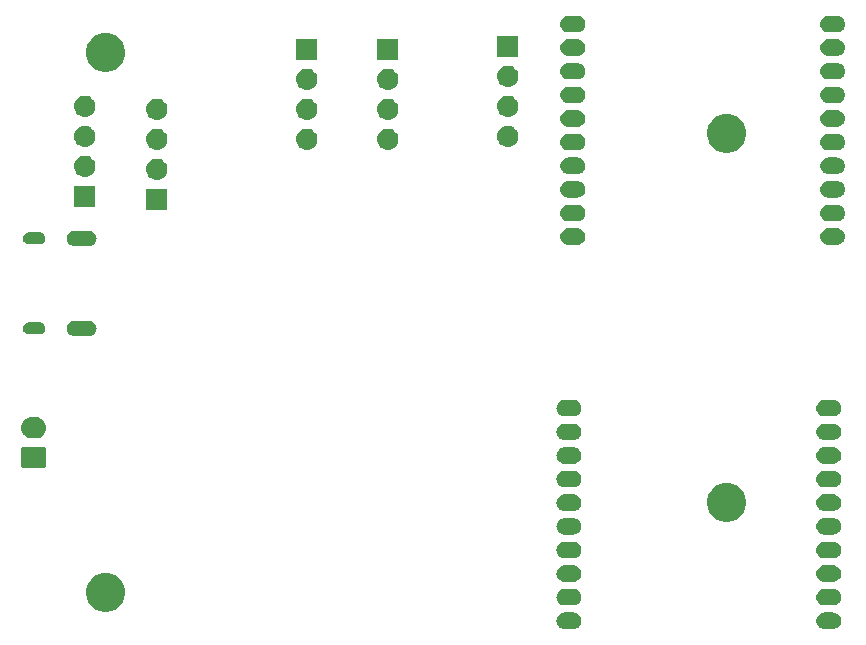
<source format=gbr>
G04 #@! TF.GenerationSoftware,KiCad,Pcbnew,(5.1.2)-1*
G04 #@! TF.CreationDate,2019-08-18T22:38:46+05:30*
G04 #@! TF.ProjectId,SAM21,53414d32-312e-46b6-9963-61645f706362,v1*
G04 #@! TF.SameCoordinates,Original*
G04 #@! TF.FileFunction,Soldermask,Bot*
G04 #@! TF.FilePolarity,Negative*
%FSLAX46Y46*%
G04 Gerber Fmt 4.6, Leading zero omitted, Abs format (unit mm)*
G04 Created by KiCad (PCBNEW (5.1.2)-1) date 2019-08-18 22:38:46*
%MOMM*%
%LPD*%
G04 APERTURE LIST*
%ADD10C,0.100000*%
G04 APERTURE END LIST*
D10*
G36*
X156033421Y-121863143D02*
G01*
X156165557Y-121903227D01*
X156165559Y-121903228D01*
X156287339Y-121968320D01*
X156287341Y-121968321D01*
X156287340Y-121968321D01*
X156394080Y-122055920D01*
X156481679Y-122162660D01*
X156546773Y-122284443D01*
X156586857Y-122416579D01*
X156600391Y-122554000D01*
X156586857Y-122691421D01*
X156546773Y-122823557D01*
X156546772Y-122823559D01*
X156481680Y-122945339D01*
X156394080Y-123052080D01*
X156287339Y-123139680D01*
X156165559Y-123204772D01*
X156165557Y-123204773D01*
X156033421Y-123244857D01*
X155930432Y-123255000D01*
X155161568Y-123255000D01*
X155058579Y-123244857D01*
X154926443Y-123204773D01*
X154926441Y-123204772D01*
X154804661Y-123139680D01*
X154697920Y-123052080D01*
X154610320Y-122945339D01*
X154545228Y-122823559D01*
X154545227Y-122823557D01*
X154505143Y-122691421D01*
X154491609Y-122554000D01*
X154505143Y-122416579D01*
X154545227Y-122284443D01*
X154610321Y-122162660D01*
X154697920Y-122055920D01*
X154804660Y-121968321D01*
X154804659Y-121968321D01*
X154804661Y-121968320D01*
X154926441Y-121903228D01*
X154926443Y-121903227D01*
X155058579Y-121863143D01*
X155161568Y-121853000D01*
X155930432Y-121853000D01*
X156033421Y-121863143D01*
X156033421Y-121863143D01*
G37*
G36*
X178033421Y-121863143D02*
G01*
X178165557Y-121903227D01*
X178165559Y-121903228D01*
X178287339Y-121968320D01*
X178287341Y-121968321D01*
X178287340Y-121968321D01*
X178394080Y-122055920D01*
X178481679Y-122162660D01*
X178546773Y-122284443D01*
X178586857Y-122416579D01*
X178600391Y-122554000D01*
X178586857Y-122691421D01*
X178546773Y-122823557D01*
X178546772Y-122823559D01*
X178481680Y-122945339D01*
X178394080Y-123052080D01*
X178287339Y-123139680D01*
X178165559Y-123204772D01*
X178165557Y-123204773D01*
X178033421Y-123244857D01*
X177930432Y-123255000D01*
X177161568Y-123255000D01*
X177058579Y-123244857D01*
X176926443Y-123204773D01*
X176926441Y-123204772D01*
X176804661Y-123139680D01*
X176697920Y-123052080D01*
X176610320Y-122945339D01*
X176545228Y-122823559D01*
X176545227Y-122823557D01*
X176505143Y-122691421D01*
X176491609Y-122554000D01*
X176505143Y-122416579D01*
X176545227Y-122284443D01*
X176610321Y-122162660D01*
X176697920Y-122055920D01*
X176804660Y-121968321D01*
X176804659Y-121968321D01*
X176804661Y-121968320D01*
X176926441Y-121903228D01*
X176926443Y-121903227D01*
X177058579Y-121863143D01*
X177161568Y-121853000D01*
X177930432Y-121853000D01*
X178033421Y-121863143D01*
X178033421Y-121863143D01*
G37*
G36*
X116707256Y-118533298D02*
G01*
X116813579Y-118554447D01*
X117114042Y-118678903D01*
X117384451Y-118859585D01*
X117614415Y-119089549D01*
X117724966Y-119255000D01*
X117795098Y-119359960D01*
X117919553Y-119660422D01*
X117967851Y-119903228D01*
X117983000Y-119979391D01*
X117983000Y-120304609D01*
X117919553Y-120623579D01*
X117795097Y-120924042D01*
X117614415Y-121194451D01*
X117384451Y-121424415D01*
X117114042Y-121605097D01*
X116813579Y-121729553D01*
X116707256Y-121750702D01*
X116494611Y-121793000D01*
X116169389Y-121793000D01*
X115956744Y-121750702D01*
X115850421Y-121729553D01*
X115549958Y-121605097D01*
X115279549Y-121424415D01*
X115049585Y-121194451D01*
X114868903Y-120924042D01*
X114744447Y-120623579D01*
X114681000Y-120304609D01*
X114681000Y-119979391D01*
X114696150Y-119903228D01*
X114744447Y-119660422D01*
X114868902Y-119359960D01*
X114939034Y-119255000D01*
X115049585Y-119089549D01*
X115279549Y-118859585D01*
X115549958Y-118678903D01*
X115850421Y-118554447D01*
X115956744Y-118533298D01*
X116169389Y-118491000D01*
X116494611Y-118491000D01*
X116707256Y-118533298D01*
X116707256Y-118533298D01*
G37*
G36*
X156033421Y-119863143D02*
G01*
X156165557Y-119903227D01*
X156165559Y-119903228D01*
X156287339Y-119968320D01*
X156300829Y-119979391D01*
X156394080Y-120055920D01*
X156481679Y-120162660D01*
X156546773Y-120284443D01*
X156586857Y-120416579D01*
X156600391Y-120554000D01*
X156586857Y-120691421D01*
X156546773Y-120823557D01*
X156546772Y-120823559D01*
X156481680Y-120945339D01*
X156394080Y-121052080D01*
X156287339Y-121139680D01*
X156184872Y-121194449D01*
X156165557Y-121204773D01*
X156033421Y-121244857D01*
X155930432Y-121255000D01*
X155161568Y-121255000D01*
X155058579Y-121244857D01*
X154926443Y-121204773D01*
X154907128Y-121194449D01*
X154804661Y-121139680D01*
X154697920Y-121052080D01*
X154610320Y-120945339D01*
X154545228Y-120823559D01*
X154545227Y-120823557D01*
X154505143Y-120691421D01*
X154491609Y-120554000D01*
X154505143Y-120416579D01*
X154545227Y-120284443D01*
X154610321Y-120162660D01*
X154697920Y-120055920D01*
X154791171Y-119979391D01*
X154804661Y-119968320D01*
X154926441Y-119903228D01*
X154926443Y-119903227D01*
X155058579Y-119863143D01*
X155161568Y-119853000D01*
X155930432Y-119853000D01*
X156033421Y-119863143D01*
X156033421Y-119863143D01*
G37*
G36*
X178033421Y-119863143D02*
G01*
X178165557Y-119903227D01*
X178165559Y-119903228D01*
X178287339Y-119968320D01*
X178300829Y-119979391D01*
X178394080Y-120055920D01*
X178481679Y-120162660D01*
X178546773Y-120284443D01*
X178586857Y-120416579D01*
X178600391Y-120554000D01*
X178586857Y-120691421D01*
X178546773Y-120823557D01*
X178546772Y-120823559D01*
X178481680Y-120945339D01*
X178394080Y-121052080D01*
X178287339Y-121139680D01*
X178184872Y-121194449D01*
X178165557Y-121204773D01*
X178033421Y-121244857D01*
X177930432Y-121255000D01*
X177161568Y-121255000D01*
X177058579Y-121244857D01*
X176926443Y-121204773D01*
X176907128Y-121194449D01*
X176804661Y-121139680D01*
X176697920Y-121052080D01*
X176610320Y-120945339D01*
X176545228Y-120823559D01*
X176545227Y-120823557D01*
X176505143Y-120691421D01*
X176491609Y-120554000D01*
X176505143Y-120416579D01*
X176545227Y-120284443D01*
X176610321Y-120162660D01*
X176697920Y-120055920D01*
X176791171Y-119979391D01*
X176804661Y-119968320D01*
X176926441Y-119903228D01*
X176926443Y-119903227D01*
X177058579Y-119863143D01*
X177161568Y-119853000D01*
X177930432Y-119853000D01*
X178033421Y-119863143D01*
X178033421Y-119863143D01*
G37*
G36*
X178033421Y-117863143D02*
G01*
X178165557Y-117903227D01*
X178165559Y-117903228D01*
X178287339Y-117968320D01*
X178287341Y-117968321D01*
X178287340Y-117968321D01*
X178394080Y-118055920D01*
X178481679Y-118162660D01*
X178546773Y-118284443D01*
X178586857Y-118416579D01*
X178600391Y-118554000D01*
X178586857Y-118691421D01*
X178546773Y-118823557D01*
X178546772Y-118823559D01*
X178481680Y-118945339D01*
X178394080Y-119052080D01*
X178287339Y-119139680D01*
X178165559Y-119204772D01*
X178165557Y-119204773D01*
X178033421Y-119244857D01*
X177930432Y-119255000D01*
X177161568Y-119255000D01*
X177058579Y-119244857D01*
X176926443Y-119204773D01*
X176926441Y-119204772D01*
X176804661Y-119139680D01*
X176697920Y-119052080D01*
X176610320Y-118945339D01*
X176545228Y-118823559D01*
X176545227Y-118823557D01*
X176505143Y-118691421D01*
X176491609Y-118554000D01*
X176505143Y-118416579D01*
X176545227Y-118284443D01*
X176610321Y-118162660D01*
X176697920Y-118055920D01*
X176804660Y-117968321D01*
X176804659Y-117968321D01*
X176804661Y-117968320D01*
X176926441Y-117903228D01*
X176926443Y-117903227D01*
X177058579Y-117863143D01*
X177161568Y-117853000D01*
X177930432Y-117853000D01*
X178033421Y-117863143D01*
X178033421Y-117863143D01*
G37*
G36*
X156033421Y-117863143D02*
G01*
X156165557Y-117903227D01*
X156165559Y-117903228D01*
X156287339Y-117968320D01*
X156287341Y-117968321D01*
X156287340Y-117968321D01*
X156394080Y-118055920D01*
X156481679Y-118162660D01*
X156546773Y-118284443D01*
X156586857Y-118416579D01*
X156600391Y-118554000D01*
X156586857Y-118691421D01*
X156546773Y-118823557D01*
X156546772Y-118823559D01*
X156481680Y-118945339D01*
X156394080Y-119052080D01*
X156287339Y-119139680D01*
X156165559Y-119204772D01*
X156165557Y-119204773D01*
X156033421Y-119244857D01*
X155930432Y-119255000D01*
X155161568Y-119255000D01*
X155058579Y-119244857D01*
X154926443Y-119204773D01*
X154926441Y-119204772D01*
X154804661Y-119139680D01*
X154697920Y-119052080D01*
X154610320Y-118945339D01*
X154545228Y-118823559D01*
X154545227Y-118823557D01*
X154505143Y-118691421D01*
X154491609Y-118554000D01*
X154505143Y-118416579D01*
X154545227Y-118284443D01*
X154610321Y-118162660D01*
X154697920Y-118055920D01*
X154804660Y-117968321D01*
X154804659Y-117968321D01*
X154804661Y-117968320D01*
X154926441Y-117903228D01*
X154926443Y-117903227D01*
X155058579Y-117863143D01*
X155161568Y-117853000D01*
X155930432Y-117853000D01*
X156033421Y-117863143D01*
X156033421Y-117863143D01*
G37*
G36*
X178033421Y-115863143D02*
G01*
X178165557Y-115903227D01*
X178165559Y-115903228D01*
X178287339Y-115968320D01*
X178287341Y-115968321D01*
X178287340Y-115968321D01*
X178394080Y-116055920D01*
X178481679Y-116162660D01*
X178546773Y-116284443D01*
X178586857Y-116416579D01*
X178600391Y-116554000D01*
X178586857Y-116691421D01*
X178546773Y-116823557D01*
X178546772Y-116823559D01*
X178481680Y-116945339D01*
X178394080Y-117052080D01*
X178287339Y-117139680D01*
X178165559Y-117204772D01*
X178165557Y-117204773D01*
X178033421Y-117244857D01*
X177930432Y-117255000D01*
X177161568Y-117255000D01*
X177058579Y-117244857D01*
X176926443Y-117204773D01*
X176926441Y-117204772D01*
X176804661Y-117139680D01*
X176697920Y-117052080D01*
X176610320Y-116945339D01*
X176545228Y-116823559D01*
X176545227Y-116823557D01*
X176505143Y-116691421D01*
X176491609Y-116554000D01*
X176505143Y-116416579D01*
X176545227Y-116284443D01*
X176610321Y-116162660D01*
X176697920Y-116055920D01*
X176804660Y-115968321D01*
X176804659Y-115968321D01*
X176804661Y-115968320D01*
X176926441Y-115903228D01*
X176926443Y-115903227D01*
X177058579Y-115863143D01*
X177161568Y-115853000D01*
X177930432Y-115853000D01*
X178033421Y-115863143D01*
X178033421Y-115863143D01*
G37*
G36*
X156033421Y-115863143D02*
G01*
X156165557Y-115903227D01*
X156165559Y-115903228D01*
X156287339Y-115968320D01*
X156287341Y-115968321D01*
X156287340Y-115968321D01*
X156394080Y-116055920D01*
X156481679Y-116162660D01*
X156546773Y-116284443D01*
X156586857Y-116416579D01*
X156600391Y-116554000D01*
X156586857Y-116691421D01*
X156546773Y-116823557D01*
X156546772Y-116823559D01*
X156481680Y-116945339D01*
X156394080Y-117052080D01*
X156287339Y-117139680D01*
X156165559Y-117204772D01*
X156165557Y-117204773D01*
X156033421Y-117244857D01*
X155930432Y-117255000D01*
X155161568Y-117255000D01*
X155058579Y-117244857D01*
X154926443Y-117204773D01*
X154926441Y-117204772D01*
X154804661Y-117139680D01*
X154697920Y-117052080D01*
X154610320Y-116945339D01*
X154545228Y-116823559D01*
X154545227Y-116823557D01*
X154505143Y-116691421D01*
X154491609Y-116554000D01*
X154505143Y-116416579D01*
X154545227Y-116284443D01*
X154610321Y-116162660D01*
X154697920Y-116055920D01*
X154804660Y-115968321D01*
X154804659Y-115968321D01*
X154804661Y-115968320D01*
X154926441Y-115903228D01*
X154926443Y-115903227D01*
X155058579Y-115863143D01*
X155161568Y-115853000D01*
X155930432Y-115853000D01*
X156033421Y-115863143D01*
X156033421Y-115863143D01*
G37*
G36*
X156033421Y-113863143D02*
G01*
X156165557Y-113903227D01*
X156165559Y-113903228D01*
X156287339Y-113968320D01*
X156287341Y-113968321D01*
X156287340Y-113968321D01*
X156394080Y-114055920D01*
X156481679Y-114162660D01*
X156546773Y-114284443D01*
X156586857Y-114416579D01*
X156600391Y-114554000D01*
X156586857Y-114691421D01*
X156546773Y-114823557D01*
X156546772Y-114823559D01*
X156481680Y-114945339D01*
X156394080Y-115052080D01*
X156287339Y-115139680D01*
X156165559Y-115204772D01*
X156165557Y-115204773D01*
X156033421Y-115244857D01*
X155930432Y-115255000D01*
X155161568Y-115255000D01*
X155058579Y-115244857D01*
X154926443Y-115204773D01*
X154926441Y-115204772D01*
X154804661Y-115139680D01*
X154697920Y-115052080D01*
X154610320Y-114945339D01*
X154545228Y-114823559D01*
X154545227Y-114823557D01*
X154505143Y-114691421D01*
X154491609Y-114554000D01*
X154505143Y-114416579D01*
X154545227Y-114284443D01*
X154610321Y-114162660D01*
X154697920Y-114055920D01*
X154804660Y-113968321D01*
X154804659Y-113968321D01*
X154804661Y-113968320D01*
X154926441Y-113903228D01*
X154926443Y-113903227D01*
X155058579Y-113863143D01*
X155161568Y-113853000D01*
X155930432Y-113853000D01*
X156033421Y-113863143D01*
X156033421Y-113863143D01*
G37*
G36*
X178033421Y-113863143D02*
G01*
X178165557Y-113903227D01*
X178165559Y-113903228D01*
X178287339Y-113968320D01*
X178287341Y-113968321D01*
X178287340Y-113968321D01*
X178394080Y-114055920D01*
X178481679Y-114162660D01*
X178546773Y-114284443D01*
X178586857Y-114416579D01*
X178600391Y-114554000D01*
X178586857Y-114691421D01*
X178546773Y-114823557D01*
X178546772Y-114823559D01*
X178481680Y-114945339D01*
X178394080Y-115052080D01*
X178287339Y-115139680D01*
X178165559Y-115204772D01*
X178165557Y-115204773D01*
X178033421Y-115244857D01*
X177930432Y-115255000D01*
X177161568Y-115255000D01*
X177058579Y-115244857D01*
X176926443Y-115204773D01*
X176926441Y-115204772D01*
X176804661Y-115139680D01*
X176697920Y-115052080D01*
X176610320Y-114945339D01*
X176545228Y-114823559D01*
X176545227Y-114823557D01*
X176505143Y-114691421D01*
X176491609Y-114554000D01*
X176505143Y-114416579D01*
X176545227Y-114284443D01*
X176610321Y-114162660D01*
X176697920Y-114055920D01*
X176804660Y-113968321D01*
X176804659Y-113968321D01*
X176804661Y-113968320D01*
X176926441Y-113903228D01*
X176926443Y-113903227D01*
X177058579Y-113863143D01*
X177161568Y-113853000D01*
X177930432Y-113853000D01*
X178033421Y-113863143D01*
X178033421Y-113863143D01*
G37*
G36*
X169285256Y-110913298D02*
G01*
X169391579Y-110934447D01*
X169692042Y-111058903D01*
X169962451Y-111239585D01*
X170192415Y-111469549D01*
X170373097Y-111739958D01*
X170467688Y-111968320D01*
X170497553Y-112040422D01*
X170561000Y-112359389D01*
X170561000Y-112684611D01*
X170559645Y-112691421D01*
X170497553Y-113003579D01*
X170373097Y-113304042D01*
X170192415Y-113574451D01*
X169962451Y-113804415D01*
X169692042Y-113985097D01*
X169391579Y-114109553D01*
X169285256Y-114130702D01*
X169072611Y-114173000D01*
X168747389Y-114173000D01*
X168534744Y-114130702D01*
X168428421Y-114109553D01*
X168127958Y-113985097D01*
X167857549Y-113804415D01*
X167627585Y-113574451D01*
X167446903Y-113304042D01*
X167322447Y-113003579D01*
X167260355Y-112691421D01*
X167259000Y-112684611D01*
X167259000Y-112359389D01*
X167322447Y-112040422D01*
X167352313Y-111968320D01*
X167446903Y-111739958D01*
X167627585Y-111469549D01*
X167857549Y-111239585D01*
X168127958Y-111058903D01*
X168428421Y-110934447D01*
X168534744Y-110913298D01*
X168747389Y-110871000D01*
X169072611Y-110871000D01*
X169285256Y-110913298D01*
X169285256Y-110913298D01*
G37*
G36*
X178033421Y-111863143D02*
G01*
X178165557Y-111903227D01*
X178165559Y-111903228D01*
X178287339Y-111968320D01*
X178287341Y-111968321D01*
X178287340Y-111968321D01*
X178394080Y-112055920D01*
X178481679Y-112162660D01*
X178546773Y-112284443D01*
X178586857Y-112416579D01*
X178600391Y-112554000D01*
X178586857Y-112691421D01*
X178546773Y-112823557D01*
X178546772Y-112823559D01*
X178481680Y-112945339D01*
X178394080Y-113052080D01*
X178287339Y-113139680D01*
X178165559Y-113204772D01*
X178165557Y-113204773D01*
X178033421Y-113244857D01*
X177930432Y-113255000D01*
X177161568Y-113255000D01*
X177058579Y-113244857D01*
X176926443Y-113204773D01*
X176926441Y-113204772D01*
X176804661Y-113139680D01*
X176697920Y-113052080D01*
X176610320Y-112945339D01*
X176545228Y-112823559D01*
X176545227Y-112823557D01*
X176505143Y-112691421D01*
X176491609Y-112554000D01*
X176505143Y-112416579D01*
X176545227Y-112284443D01*
X176610321Y-112162660D01*
X176697920Y-112055920D01*
X176804660Y-111968321D01*
X176804659Y-111968321D01*
X176804661Y-111968320D01*
X176926441Y-111903228D01*
X176926443Y-111903227D01*
X177058579Y-111863143D01*
X177161568Y-111853000D01*
X177930432Y-111853000D01*
X178033421Y-111863143D01*
X178033421Y-111863143D01*
G37*
G36*
X156033421Y-111863143D02*
G01*
X156165557Y-111903227D01*
X156165559Y-111903228D01*
X156287339Y-111968320D01*
X156287341Y-111968321D01*
X156287340Y-111968321D01*
X156394080Y-112055920D01*
X156481679Y-112162660D01*
X156546773Y-112284443D01*
X156586857Y-112416579D01*
X156600391Y-112554000D01*
X156586857Y-112691421D01*
X156546773Y-112823557D01*
X156546772Y-112823559D01*
X156481680Y-112945339D01*
X156394080Y-113052080D01*
X156287339Y-113139680D01*
X156165559Y-113204772D01*
X156165557Y-113204773D01*
X156033421Y-113244857D01*
X155930432Y-113255000D01*
X155161568Y-113255000D01*
X155058579Y-113244857D01*
X154926443Y-113204773D01*
X154926441Y-113204772D01*
X154804661Y-113139680D01*
X154697920Y-113052080D01*
X154610320Y-112945339D01*
X154545228Y-112823559D01*
X154545227Y-112823557D01*
X154505143Y-112691421D01*
X154491609Y-112554000D01*
X154505143Y-112416579D01*
X154545227Y-112284443D01*
X154610321Y-112162660D01*
X154697920Y-112055920D01*
X154804660Y-111968321D01*
X154804659Y-111968321D01*
X154804661Y-111968320D01*
X154926441Y-111903228D01*
X154926443Y-111903227D01*
X155058579Y-111863143D01*
X155161568Y-111853000D01*
X155930432Y-111853000D01*
X156033421Y-111863143D01*
X156033421Y-111863143D01*
G37*
G36*
X156033421Y-109863143D02*
G01*
X156165557Y-109903227D01*
X156165559Y-109903228D01*
X156287339Y-109968320D01*
X156287341Y-109968321D01*
X156287340Y-109968321D01*
X156394080Y-110055920D01*
X156481679Y-110162660D01*
X156546773Y-110284443D01*
X156586857Y-110416579D01*
X156600391Y-110554000D01*
X156586857Y-110691421D01*
X156546773Y-110823557D01*
X156546772Y-110823559D01*
X156481680Y-110945339D01*
X156394080Y-111052080D01*
X156287339Y-111139680D01*
X156165559Y-111204772D01*
X156165557Y-111204773D01*
X156033421Y-111244857D01*
X155930432Y-111255000D01*
X155161568Y-111255000D01*
X155058579Y-111244857D01*
X154926443Y-111204773D01*
X154926441Y-111204772D01*
X154804661Y-111139680D01*
X154697920Y-111052080D01*
X154610320Y-110945339D01*
X154545228Y-110823559D01*
X154545227Y-110823557D01*
X154505143Y-110691421D01*
X154491609Y-110554000D01*
X154505143Y-110416579D01*
X154545227Y-110284443D01*
X154610321Y-110162660D01*
X154697920Y-110055920D01*
X154804660Y-109968321D01*
X154804659Y-109968321D01*
X154804661Y-109968320D01*
X154926441Y-109903228D01*
X154926443Y-109903227D01*
X155058579Y-109863143D01*
X155161568Y-109853000D01*
X155930432Y-109853000D01*
X156033421Y-109863143D01*
X156033421Y-109863143D01*
G37*
G36*
X178033421Y-109863143D02*
G01*
X178165557Y-109903227D01*
X178165559Y-109903228D01*
X178287339Y-109968320D01*
X178287341Y-109968321D01*
X178287340Y-109968321D01*
X178394080Y-110055920D01*
X178481679Y-110162660D01*
X178546773Y-110284443D01*
X178586857Y-110416579D01*
X178600391Y-110554000D01*
X178586857Y-110691421D01*
X178546773Y-110823557D01*
X178546772Y-110823559D01*
X178481680Y-110945339D01*
X178394080Y-111052080D01*
X178287339Y-111139680D01*
X178165559Y-111204772D01*
X178165557Y-111204773D01*
X178033421Y-111244857D01*
X177930432Y-111255000D01*
X177161568Y-111255000D01*
X177058579Y-111244857D01*
X176926443Y-111204773D01*
X176926441Y-111204772D01*
X176804661Y-111139680D01*
X176697920Y-111052080D01*
X176610320Y-110945339D01*
X176545228Y-110823559D01*
X176545227Y-110823557D01*
X176505143Y-110691421D01*
X176491609Y-110554000D01*
X176505143Y-110416579D01*
X176545227Y-110284443D01*
X176610321Y-110162660D01*
X176697920Y-110055920D01*
X176804660Y-109968321D01*
X176804659Y-109968321D01*
X176804661Y-109968320D01*
X176926441Y-109903228D01*
X176926443Y-109903227D01*
X177058579Y-109863143D01*
X177161568Y-109853000D01*
X177930432Y-109853000D01*
X178033421Y-109863143D01*
X178033421Y-109863143D01*
G37*
G36*
X111144600Y-107814989D02*
G01*
X111177652Y-107825015D01*
X111208103Y-107841292D01*
X111234799Y-107863201D01*
X111256708Y-107889897D01*
X111272985Y-107920348D01*
X111283011Y-107953400D01*
X111287000Y-107993903D01*
X111287000Y-109430097D01*
X111283011Y-109470600D01*
X111272985Y-109503652D01*
X111256708Y-109534103D01*
X111234799Y-109560799D01*
X111208103Y-109582708D01*
X111177652Y-109598985D01*
X111144600Y-109609011D01*
X111104097Y-109613000D01*
X109367903Y-109613000D01*
X109327400Y-109609011D01*
X109294348Y-109598985D01*
X109263897Y-109582708D01*
X109237201Y-109560799D01*
X109215292Y-109534103D01*
X109199015Y-109503652D01*
X109188989Y-109470600D01*
X109185000Y-109430097D01*
X109185000Y-107993903D01*
X109188989Y-107953400D01*
X109199015Y-107920348D01*
X109215292Y-107889897D01*
X109237201Y-107863201D01*
X109263897Y-107841292D01*
X109294348Y-107825015D01*
X109327400Y-107814989D01*
X109367903Y-107811000D01*
X111104097Y-107811000D01*
X111144600Y-107814989D01*
X111144600Y-107814989D01*
G37*
G36*
X178033421Y-107863143D02*
G01*
X178165557Y-107903227D01*
X178165559Y-107903228D01*
X178287339Y-107968320D01*
X178287341Y-107968321D01*
X178287340Y-107968321D01*
X178394080Y-108055920D01*
X178481679Y-108162660D01*
X178546773Y-108284443D01*
X178586857Y-108416579D01*
X178600391Y-108554000D01*
X178586857Y-108691421D01*
X178546773Y-108823557D01*
X178546772Y-108823559D01*
X178481680Y-108945339D01*
X178394080Y-109052080D01*
X178287339Y-109139680D01*
X178165559Y-109204772D01*
X178165557Y-109204773D01*
X178033421Y-109244857D01*
X177930432Y-109255000D01*
X177161568Y-109255000D01*
X177058579Y-109244857D01*
X176926443Y-109204773D01*
X176926441Y-109204772D01*
X176804661Y-109139680D01*
X176697920Y-109052080D01*
X176610320Y-108945339D01*
X176545228Y-108823559D01*
X176545227Y-108823557D01*
X176505143Y-108691421D01*
X176491609Y-108554000D01*
X176505143Y-108416579D01*
X176545227Y-108284443D01*
X176610321Y-108162660D01*
X176697920Y-108055920D01*
X176804660Y-107968321D01*
X176804659Y-107968321D01*
X176804661Y-107968320D01*
X176926441Y-107903228D01*
X176926443Y-107903227D01*
X177058579Y-107863143D01*
X177161568Y-107853000D01*
X177930432Y-107853000D01*
X178033421Y-107863143D01*
X178033421Y-107863143D01*
G37*
G36*
X156033421Y-107863143D02*
G01*
X156165557Y-107903227D01*
X156165559Y-107903228D01*
X156287339Y-107968320D01*
X156287341Y-107968321D01*
X156287340Y-107968321D01*
X156394080Y-108055920D01*
X156481679Y-108162660D01*
X156546773Y-108284443D01*
X156586857Y-108416579D01*
X156600391Y-108554000D01*
X156586857Y-108691421D01*
X156546773Y-108823557D01*
X156546772Y-108823559D01*
X156481680Y-108945339D01*
X156394080Y-109052080D01*
X156287339Y-109139680D01*
X156165559Y-109204772D01*
X156165557Y-109204773D01*
X156033421Y-109244857D01*
X155930432Y-109255000D01*
X155161568Y-109255000D01*
X155058579Y-109244857D01*
X154926443Y-109204773D01*
X154926441Y-109204772D01*
X154804661Y-109139680D01*
X154697920Y-109052080D01*
X154610320Y-108945339D01*
X154545228Y-108823559D01*
X154545227Y-108823557D01*
X154505143Y-108691421D01*
X154491609Y-108554000D01*
X154505143Y-108416579D01*
X154545227Y-108284443D01*
X154610321Y-108162660D01*
X154697920Y-108055920D01*
X154804660Y-107968321D01*
X154804659Y-107968321D01*
X154804661Y-107968320D01*
X154926441Y-107903228D01*
X154926443Y-107903227D01*
X155058579Y-107863143D01*
X155161568Y-107853000D01*
X155930432Y-107853000D01*
X156033421Y-107863143D01*
X156033421Y-107863143D01*
G37*
G36*
X178033421Y-105863143D02*
G01*
X178165557Y-105903227D01*
X178165559Y-105903228D01*
X178287339Y-105968320D01*
X178287341Y-105968321D01*
X178287340Y-105968321D01*
X178394080Y-106055920D01*
X178481679Y-106162660D01*
X178546773Y-106284443D01*
X178586857Y-106416579D01*
X178600391Y-106554000D01*
X178586857Y-106691421D01*
X178546773Y-106823557D01*
X178546772Y-106823559D01*
X178481680Y-106945339D01*
X178394080Y-107052080D01*
X178287339Y-107139680D01*
X178165559Y-107204772D01*
X178165557Y-107204773D01*
X178033421Y-107244857D01*
X177930432Y-107255000D01*
X177161568Y-107255000D01*
X177058579Y-107244857D01*
X176926443Y-107204773D01*
X176926441Y-107204772D01*
X176804661Y-107139680D01*
X176697920Y-107052080D01*
X176610320Y-106945339D01*
X176545228Y-106823559D01*
X176545227Y-106823557D01*
X176505143Y-106691421D01*
X176491609Y-106554000D01*
X176505143Y-106416579D01*
X176545227Y-106284443D01*
X176610321Y-106162660D01*
X176697920Y-106055920D01*
X176804660Y-105968321D01*
X176804659Y-105968321D01*
X176804661Y-105968320D01*
X176926441Y-105903228D01*
X176926443Y-105903227D01*
X177058579Y-105863143D01*
X177161568Y-105853000D01*
X177930432Y-105853000D01*
X178033421Y-105863143D01*
X178033421Y-105863143D01*
G37*
G36*
X156033421Y-105863143D02*
G01*
X156165557Y-105903227D01*
X156165559Y-105903228D01*
X156287339Y-105968320D01*
X156287341Y-105968321D01*
X156287340Y-105968321D01*
X156394080Y-106055920D01*
X156481679Y-106162660D01*
X156546773Y-106284443D01*
X156586857Y-106416579D01*
X156600391Y-106554000D01*
X156586857Y-106691421D01*
X156546773Y-106823557D01*
X156546772Y-106823559D01*
X156481680Y-106945339D01*
X156394080Y-107052080D01*
X156287339Y-107139680D01*
X156165559Y-107204772D01*
X156165557Y-107204773D01*
X156033421Y-107244857D01*
X155930432Y-107255000D01*
X155161568Y-107255000D01*
X155058579Y-107244857D01*
X154926443Y-107204773D01*
X154926441Y-107204772D01*
X154804661Y-107139680D01*
X154697920Y-107052080D01*
X154610320Y-106945339D01*
X154545228Y-106823559D01*
X154545227Y-106823557D01*
X154505143Y-106691421D01*
X154491609Y-106554000D01*
X154505143Y-106416579D01*
X154545227Y-106284443D01*
X154610321Y-106162660D01*
X154697920Y-106055920D01*
X154804660Y-105968321D01*
X154804659Y-105968321D01*
X154804661Y-105968320D01*
X154926441Y-105903228D01*
X154926443Y-105903227D01*
X155058579Y-105863143D01*
X155161568Y-105853000D01*
X155930432Y-105853000D01*
X156033421Y-105863143D01*
X156033421Y-105863143D01*
G37*
G36*
X110496442Y-105317518D02*
G01*
X110562627Y-105324037D01*
X110732466Y-105375557D01*
X110888991Y-105459222D01*
X110924729Y-105488552D01*
X111026186Y-105571814D01*
X111109448Y-105673271D01*
X111138778Y-105709009D01*
X111222443Y-105865534D01*
X111273963Y-106035373D01*
X111291359Y-106212000D01*
X111273963Y-106388627D01*
X111222443Y-106558466D01*
X111138778Y-106714991D01*
X111109448Y-106750729D01*
X111026186Y-106852186D01*
X110924729Y-106935448D01*
X110888991Y-106964778D01*
X110732466Y-107048443D01*
X110562627Y-107099963D01*
X110496442Y-107106482D01*
X110430260Y-107113000D01*
X110041740Y-107113000D01*
X109975558Y-107106482D01*
X109909373Y-107099963D01*
X109739534Y-107048443D01*
X109583009Y-106964778D01*
X109547271Y-106935448D01*
X109445814Y-106852186D01*
X109362552Y-106750729D01*
X109333222Y-106714991D01*
X109249557Y-106558466D01*
X109198037Y-106388627D01*
X109180641Y-106212000D01*
X109198037Y-106035373D01*
X109249557Y-105865534D01*
X109333222Y-105709009D01*
X109362552Y-105673271D01*
X109445814Y-105571814D01*
X109547271Y-105488552D01*
X109583009Y-105459222D01*
X109739534Y-105375557D01*
X109909373Y-105324037D01*
X109975558Y-105317518D01*
X110041740Y-105311000D01*
X110430260Y-105311000D01*
X110496442Y-105317518D01*
X110496442Y-105317518D01*
G37*
G36*
X178033421Y-103863143D02*
G01*
X178165557Y-103903227D01*
X178165559Y-103903228D01*
X178287339Y-103968320D01*
X178287341Y-103968321D01*
X178287340Y-103968321D01*
X178394080Y-104055920D01*
X178481679Y-104162660D01*
X178546773Y-104284443D01*
X178586857Y-104416579D01*
X178600391Y-104554000D01*
X178586857Y-104691421D01*
X178546773Y-104823557D01*
X178546772Y-104823559D01*
X178481680Y-104945339D01*
X178394080Y-105052080D01*
X178287339Y-105139680D01*
X178165559Y-105204772D01*
X178165557Y-105204773D01*
X178033421Y-105244857D01*
X177930432Y-105255000D01*
X177161568Y-105255000D01*
X177058579Y-105244857D01*
X176926443Y-105204773D01*
X176926441Y-105204772D01*
X176804661Y-105139680D01*
X176697920Y-105052080D01*
X176610320Y-104945339D01*
X176545228Y-104823559D01*
X176545227Y-104823557D01*
X176505143Y-104691421D01*
X176491609Y-104554000D01*
X176505143Y-104416579D01*
X176545227Y-104284443D01*
X176610321Y-104162660D01*
X176697920Y-104055920D01*
X176804660Y-103968321D01*
X176804659Y-103968321D01*
X176804661Y-103968320D01*
X176926441Y-103903228D01*
X176926443Y-103903227D01*
X177058579Y-103863143D01*
X177161568Y-103853000D01*
X177930432Y-103853000D01*
X178033421Y-103863143D01*
X178033421Y-103863143D01*
G37*
G36*
X156033421Y-103863143D02*
G01*
X156165557Y-103903227D01*
X156165559Y-103903228D01*
X156287339Y-103968320D01*
X156287341Y-103968321D01*
X156287340Y-103968321D01*
X156394080Y-104055920D01*
X156481679Y-104162660D01*
X156546773Y-104284443D01*
X156586857Y-104416579D01*
X156600391Y-104554000D01*
X156586857Y-104691421D01*
X156546773Y-104823557D01*
X156546772Y-104823559D01*
X156481680Y-104945339D01*
X156394080Y-105052080D01*
X156287339Y-105139680D01*
X156165559Y-105204772D01*
X156165557Y-105204773D01*
X156033421Y-105244857D01*
X155930432Y-105255000D01*
X155161568Y-105255000D01*
X155058579Y-105244857D01*
X154926443Y-105204773D01*
X154926441Y-105204772D01*
X154804661Y-105139680D01*
X154697920Y-105052080D01*
X154610320Y-104945339D01*
X154545228Y-104823559D01*
X154545227Y-104823557D01*
X154505143Y-104691421D01*
X154491609Y-104554000D01*
X154505143Y-104416579D01*
X154545227Y-104284443D01*
X154610321Y-104162660D01*
X154697920Y-104055920D01*
X154804660Y-103968321D01*
X154804659Y-103968321D01*
X154804661Y-103968320D01*
X154926441Y-103903228D01*
X154926443Y-103903227D01*
X155058579Y-103863143D01*
X155161568Y-103853000D01*
X155930432Y-103853000D01*
X156033421Y-103863143D01*
X156033421Y-103863143D01*
G37*
G36*
X114963855Y-97142140D02*
G01*
X115027618Y-97148420D01*
X115118404Y-97175960D01*
X115150336Y-97185646D01*
X115263425Y-97246094D01*
X115362554Y-97327446D01*
X115443906Y-97426575D01*
X115504354Y-97539664D01*
X115504355Y-97539668D01*
X115541580Y-97662382D01*
X115554149Y-97790000D01*
X115541580Y-97917618D01*
X115521853Y-97982650D01*
X115504354Y-98040336D01*
X115443906Y-98153425D01*
X115362554Y-98252554D01*
X115263425Y-98333906D01*
X115150336Y-98394354D01*
X115118404Y-98404040D01*
X115027618Y-98431580D01*
X114963855Y-98437860D01*
X114931974Y-98441000D01*
X113668026Y-98441000D01*
X113636145Y-98437860D01*
X113572382Y-98431580D01*
X113481596Y-98404040D01*
X113449664Y-98394354D01*
X113336575Y-98333906D01*
X113237446Y-98252554D01*
X113156094Y-98153425D01*
X113095646Y-98040336D01*
X113078147Y-97982650D01*
X113058420Y-97917618D01*
X113045851Y-97790000D01*
X113058420Y-97662382D01*
X113095645Y-97539668D01*
X113095646Y-97539664D01*
X113156094Y-97426575D01*
X113237446Y-97327446D01*
X113336575Y-97246094D01*
X113449664Y-97185646D01*
X113481596Y-97175960D01*
X113572382Y-97148420D01*
X113636145Y-97142140D01*
X113668026Y-97139000D01*
X114931974Y-97139000D01*
X114963855Y-97142140D01*
X114963855Y-97142140D01*
G37*
G36*
X110828213Y-97296249D02*
G01*
X110922652Y-97324897D01*
X111009687Y-97371418D01*
X111085975Y-97434025D01*
X111148582Y-97510313D01*
X111195103Y-97597348D01*
X111223751Y-97691787D01*
X111233424Y-97790000D01*
X111223751Y-97888213D01*
X111195103Y-97982652D01*
X111148582Y-98069687D01*
X111085975Y-98145975D01*
X111009687Y-98208582D01*
X110922652Y-98255103D01*
X110828213Y-98283751D01*
X110754612Y-98291000D01*
X109805388Y-98291000D01*
X109731787Y-98283751D01*
X109637348Y-98255103D01*
X109550313Y-98208582D01*
X109474025Y-98145975D01*
X109411418Y-98069687D01*
X109364897Y-97982652D01*
X109336249Y-97888213D01*
X109326576Y-97790000D01*
X109336249Y-97691787D01*
X109364897Y-97597348D01*
X109411418Y-97510313D01*
X109474025Y-97434025D01*
X109550313Y-97371418D01*
X109637348Y-97324897D01*
X109731787Y-97296249D01*
X109805388Y-97289000D01*
X110754612Y-97289000D01*
X110828213Y-97296249D01*
X110828213Y-97296249D01*
G37*
G36*
X114963855Y-89522140D02*
G01*
X115027618Y-89528420D01*
X115118404Y-89555960D01*
X115150336Y-89565646D01*
X115263425Y-89626094D01*
X115362554Y-89707446D01*
X115443906Y-89806575D01*
X115504354Y-89919664D01*
X115504355Y-89919668D01*
X115541580Y-90042382D01*
X115554149Y-90170000D01*
X115541580Y-90297618D01*
X115521853Y-90362650D01*
X115504354Y-90420336D01*
X115443906Y-90533425D01*
X115362554Y-90632554D01*
X115263425Y-90713906D01*
X115150336Y-90774354D01*
X115118404Y-90784040D01*
X115027618Y-90811580D01*
X114963855Y-90817860D01*
X114931974Y-90821000D01*
X113668026Y-90821000D01*
X113636145Y-90817860D01*
X113572382Y-90811580D01*
X113481596Y-90784040D01*
X113449664Y-90774354D01*
X113336575Y-90713906D01*
X113237446Y-90632554D01*
X113156094Y-90533425D01*
X113095646Y-90420336D01*
X113078147Y-90362650D01*
X113058420Y-90297618D01*
X113045851Y-90170000D01*
X113058420Y-90042382D01*
X113095645Y-89919668D01*
X113095646Y-89919664D01*
X113156094Y-89806575D01*
X113237446Y-89707446D01*
X113336575Y-89626094D01*
X113449664Y-89565646D01*
X113481596Y-89555960D01*
X113572382Y-89528420D01*
X113636145Y-89522140D01*
X113668026Y-89519000D01*
X114931974Y-89519000D01*
X114963855Y-89522140D01*
X114963855Y-89522140D01*
G37*
G36*
X156365421Y-89335143D02*
G01*
X156497557Y-89375227D01*
X156497559Y-89375228D01*
X156619339Y-89440320D01*
X156726080Y-89527920D01*
X156813680Y-89634661D01*
X156851221Y-89704897D01*
X156878773Y-89756443D01*
X156918857Y-89888579D01*
X156932391Y-90026000D01*
X156918857Y-90163421D01*
X156878773Y-90295557D01*
X156878772Y-90295559D01*
X156813680Y-90417339D01*
X156726080Y-90524080D01*
X156619339Y-90611680D01*
X156521920Y-90663751D01*
X156497557Y-90676773D01*
X156365421Y-90716857D01*
X156262432Y-90727000D01*
X155493568Y-90727000D01*
X155390579Y-90716857D01*
X155258443Y-90676773D01*
X155234080Y-90663751D01*
X155136661Y-90611680D01*
X155029920Y-90524080D01*
X154942320Y-90417339D01*
X154877228Y-90295559D01*
X154877227Y-90295557D01*
X154837143Y-90163421D01*
X154823609Y-90026000D01*
X154837143Y-89888579D01*
X154877227Y-89756443D01*
X154904779Y-89704897D01*
X154942320Y-89634661D01*
X155029920Y-89527920D01*
X155136661Y-89440320D01*
X155258441Y-89375228D01*
X155258443Y-89375227D01*
X155390579Y-89335143D01*
X155493568Y-89325000D01*
X156262432Y-89325000D01*
X156365421Y-89335143D01*
X156365421Y-89335143D01*
G37*
G36*
X178365421Y-89335143D02*
G01*
X178497557Y-89375227D01*
X178497559Y-89375228D01*
X178619339Y-89440320D01*
X178726080Y-89527920D01*
X178813680Y-89634661D01*
X178851221Y-89704897D01*
X178878773Y-89756443D01*
X178918857Y-89888579D01*
X178932391Y-90026000D01*
X178918857Y-90163421D01*
X178878773Y-90295557D01*
X178878772Y-90295559D01*
X178813680Y-90417339D01*
X178726080Y-90524080D01*
X178619339Y-90611680D01*
X178521920Y-90663751D01*
X178497557Y-90676773D01*
X178365421Y-90716857D01*
X178262432Y-90727000D01*
X177493568Y-90727000D01*
X177390579Y-90716857D01*
X177258443Y-90676773D01*
X177234080Y-90663751D01*
X177136661Y-90611680D01*
X177029920Y-90524080D01*
X176942320Y-90417339D01*
X176877228Y-90295559D01*
X176877227Y-90295557D01*
X176837143Y-90163421D01*
X176823609Y-90026000D01*
X176837143Y-89888579D01*
X176877227Y-89756443D01*
X176904779Y-89704897D01*
X176942320Y-89634661D01*
X177029920Y-89527920D01*
X177136661Y-89440320D01*
X177258441Y-89375228D01*
X177258443Y-89375227D01*
X177390579Y-89335143D01*
X177493568Y-89325000D01*
X178262432Y-89325000D01*
X178365421Y-89335143D01*
X178365421Y-89335143D01*
G37*
G36*
X110828213Y-89676249D02*
G01*
X110922652Y-89704897D01*
X111009687Y-89751418D01*
X111085975Y-89814025D01*
X111148582Y-89890313D01*
X111195103Y-89977348D01*
X111223751Y-90071787D01*
X111233424Y-90170000D01*
X111223751Y-90268213D01*
X111195103Y-90362652D01*
X111148582Y-90449687D01*
X111085975Y-90525975D01*
X111009687Y-90588582D01*
X110922652Y-90635103D01*
X110828213Y-90663751D01*
X110754612Y-90671000D01*
X109805388Y-90671000D01*
X109731787Y-90663751D01*
X109637348Y-90635103D01*
X109550313Y-90588582D01*
X109474025Y-90525975D01*
X109411418Y-90449687D01*
X109364897Y-90362652D01*
X109336249Y-90268213D01*
X109326576Y-90170000D01*
X109336249Y-90071787D01*
X109364897Y-89977348D01*
X109411418Y-89890313D01*
X109474025Y-89814025D01*
X109550313Y-89751418D01*
X109637348Y-89704897D01*
X109731787Y-89676249D01*
X109805388Y-89669000D01*
X110754612Y-89669000D01*
X110828213Y-89676249D01*
X110828213Y-89676249D01*
G37*
G36*
X178365421Y-87335143D02*
G01*
X178497557Y-87375227D01*
X178497559Y-87375228D01*
X178619339Y-87440320D01*
X178619341Y-87440321D01*
X178619340Y-87440321D01*
X178726080Y-87527920D01*
X178813679Y-87634660D01*
X178878773Y-87756443D01*
X178918857Y-87888579D01*
X178932391Y-88026000D01*
X178918857Y-88163421D01*
X178878773Y-88295557D01*
X178878772Y-88295559D01*
X178813680Y-88417339D01*
X178726080Y-88524080D01*
X178619339Y-88611680D01*
X178497559Y-88676772D01*
X178497557Y-88676773D01*
X178365421Y-88716857D01*
X178262432Y-88727000D01*
X177493568Y-88727000D01*
X177390579Y-88716857D01*
X177258443Y-88676773D01*
X177258441Y-88676772D01*
X177136661Y-88611680D01*
X177029920Y-88524080D01*
X176942320Y-88417339D01*
X176877228Y-88295559D01*
X176877227Y-88295557D01*
X176837143Y-88163421D01*
X176823609Y-88026000D01*
X176837143Y-87888579D01*
X176877227Y-87756443D01*
X176942321Y-87634660D01*
X177029920Y-87527920D01*
X177136660Y-87440321D01*
X177136659Y-87440321D01*
X177136661Y-87440320D01*
X177258441Y-87375228D01*
X177258443Y-87375227D01*
X177390579Y-87335143D01*
X177493568Y-87325000D01*
X178262432Y-87325000D01*
X178365421Y-87335143D01*
X178365421Y-87335143D01*
G37*
G36*
X156365421Y-87335143D02*
G01*
X156497557Y-87375227D01*
X156497559Y-87375228D01*
X156619339Y-87440320D01*
X156619341Y-87440321D01*
X156619340Y-87440321D01*
X156726080Y-87527920D01*
X156813679Y-87634660D01*
X156878773Y-87756443D01*
X156918857Y-87888579D01*
X156932391Y-88026000D01*
X156918857Y-88163421D01*
X156878773Y-88295557D01*
X156878772Y-88295559D01*
X156813680Y-88417339D01*
X156726080Y-88524080D01*
X156619339Y-88611680D01*
X156497559Y-88676772D01*
X156497557Y-88676773D01*
X156365421Y-88716857D01*
X156262432Y-88727000D01*
X155493568Y-88727000D01*
X155390579Y-88716857D01*
X155258443Y-88676773D01*
X155258441Y-88676772D01*
X155136661Y-88611680D01*
X155029920Y-88524080D01*
X154942320Y-88417339D01*
X154877228Y-88295559D01*
X154877227Y-88295557D01*
X154837143Y-88163421D01*
X154823609Y-88026000D01*
X154837143Y-87888579D01*
X154877227Y-87756443D01*
X154942321Y-87634660D01*
X155029920Y-87527920D01*
X155136660Y-87440321D01*
X155136659Y-87440321D01*
X155136661Y-87440320D01*
X155258441Y-87375228D01*
X155258443Y-87375227D01*
X155390579Y-87335143D01*
X155493568Y-87325000D01*
X156262432Y-87325000D01*
X156365421Y-87335143D01*
X156365421Y-87335143D01*
G37*
G36*
X121551000Y-87769000D02*
G01*
X119749000Y-87769000D01*
X119749000Y-85967000D01*
X121551000Y-85967000D01*
X121551000Y-87769000D01*
X121551000Y-87769000D01*
G37*
G36*
X115455000Y-87515000D02*
G01*
X113653000Y-87515000D01*
X113653000Y-85713000D01*
X115455000Y-85713000D01*
X115455000Y-87515000D01*
X115455000Y-87515000D01*
G37*
G36*
X178365421Y-85335143D02*
G01*
X178497557Y-85375227D01*
X178497559Y-85375228D01*
X178619339Y-85440320D01*
X178726080Y-85527920D01*
X178813680Y-85634661D01*
X178878772Y-85756441D01*
X178878773Y-85756443D01*
X178918857Y-85888579D01*
X178932391Y-86026000D01*
X178918857Y-86163421D01*
X178878773Y-86295557D01*
X178878772Y-86295559D01*
X178813680Y-86417339D01*
X178726080Y-86524080D01*
X178619339Y-86611680D01*
X178497559Y-86676772D01*
X178497557Y-86676773D01*
X178365421Y-86716857D01*
X178262432Y-86727000D01*
X177493568Y-86727000D01*
X177390579Y-86716857D01*
X177258443Y-86676773D01*
X177258441Y-86676772D01*
X177136661Y-86611680D01*
X177029920Y-86524080D01*
X176942320Y-86417339D01*
X176877228Y-86295559D01*
X176877227Y-86295557D01*
X176837143Y-86163421D01*
X176823609Y-86026000D01*
X176837143Y-85888579D01*
X176877227Y-85756443D01*
X176877228Y-85756441D01*
X176942320Y-85634661D01*
X177029920Y-85527920D01*
X177136661Y-85440320D01*
X177258441Y-85375228D01*
X177258443Y-85375227D01*
X177390579Y-85335143D01*
X177493568Y-85325000D01*
X178262432Y-85325000D01*
X178365421Y-85335143D01*
X178365421Y-85335143D01*
G37*
G36*
X156365421Y-85335143D02*
G01*
X156497557Y-85375227D01*
X156497559Y-85375228D01*
X156619339Y-85440320D01*
X156726080Y-85527920D01*
X156813680Y-85634661D01*
X156878772Y-85756441D01*
X156878773Y-85756443D01*
X156918857Y-85888579D01*
X156932391Y-86026000D01*
X156918857Y-86163421D01*
X156878773Y-86295557D01*
X156878772Y-86295559D01*
X156813680Y-86417339D01*
X156726080Y-86524080D01*
X156619339Y-86611680D01*
X156497559Y-86676772D01*
X156497557Y-86676773D01*
X156365421Y-86716857D01*
X156262432Y-86727000D01*
X155493568Y-86727000D01*
X155390579Y-86716857D01*
X155258443Y-86676773D01*
X155258441Y-86676772D01*
X155136661Y-86611680D01*
X155029920Y-86524080D01*
X154942320Y-86417339D01*
X154877228Y-86295559D01*
X154877227Y-86295557D01*
X154837143Y-86163421D01*
X154823609Y-86026000D01*
X154837143Y-85888579D01*
X154877227Y-85756443D01*
X154877228Y-85756441D01*
X154942320Y-85634661D01*
X155029920Y-85527920D01*
X155136661Y-85440320D01*
X155258441Y-85375228D01*
X155258443Y-85375227D01*
X155390579Y-85335143D01*
X155493568Y-85325000D01*
X156262432Y-85325000D01*
X156365421Y-85335143D01*
X156365421Y-85335143D01*
G37*
G36*
X120760443Y-83433519D02*
G01*
X120826627Y-83440037D01*
X120996466Y-83491557D01*
X121152991Y-83575222D01*
X121188729Y-83604552D01*
X121290186Y-83687814D01*
X121373448Y-83789271D01*
X121402778Y-83825009D01*
X121486443Y-83981534D01*
X121537963Y-84151373D01*
X121555359Y-84328000D01*
X121537963Y-84504627D01*
X121486443Y-84674466D01*
X121402778Y-84830991D01*
X121373448Y-84866729D01*
X121290186Y-84968186D01*
X121188729Y-85051448D01*
X121152991Y-85080778D01*
X120996466Y-85164443D01*
X120826627Y-85215963D01*
X120760443Y-85222481D01*
X120694260Y-85229000D01*
X120605740Y-85229000D01*
X120539557Y-85222481D01*
X120473373Y-85215963D01*
X120303534Y-85164443D01*
X120147009Y-85080778D01*
X120111271Y-85051448D01*
X120009814Y-84968186D01*
X119926552Y-84866729D01*
X119897222Y-84830991D01*
X119813557Y-84674466D01*
X119762037Y-84504627D01*
X119744641Y-84328000D01*
X119762037Y-84151373D01*
X119813557Y-83981534D01*
X119897222Y-83825009D01*
X119926552Y-83789271D01*
X120009814Y-83687814D01*
X120111271Y-83604552D01*
X120147009Y-83575222D01*
X120303534Y-83491557D01*
X120473373Y-83440037D01*
X120539557Y-83433519D01*
X120605740Y-83427000D01*
X120694260Y-83427000D01*
X120760443Y-83433519D01*
X120760443Y-83433519D01*
G37*
G36*
X114664442Y-83179518D02*
G01*
X114730627Y-83186037D01*
X114900466Y-83237557D01*
X115056991Y-83321222D01*
X115092729Y-83350552D01*
X115194186Y-83433814D01*
X115271416Y-83527920D01*
X115306778Y-83571009D01*
X115390443Y-83727534D01*
X115441963Y-83897373D01*
X115459359Y-84074000D01*
X115441963Y-84250627D01*
X115390443Y-84420466D01*
X115306778Y-84576991D01*
X115278310Y-84611679D01*
X115194186Y-84714186D01*
X115092729Y-84797448D01*
X115056991Y-84826778D01*
X114900466Y-84910443D01*
X114730627Y-84961963D01*
X114667453Y-84968185D01*
X114598260Y-84975000D01*
X114509740Y-84975000D01*
X114440547Y-84968185D01*
X114377373Y-84961963D01*
X114207534Y-84910443D01*
X114051009Y-84826778D01*
X114015271Y-84797448D01*
X113913814Y-84714186D01*
X113829690Y-84611679D01*
X113801222Y-84576991D01*
X113717557Y-84420466D01*
X113666037Y-84250627D01*
X113648641Y-84074000D01*
X113666037Y-83897373D01*
X113717557Y-83727534D01*
X113801222Y-83571009D01*
X113836584Y-83527920D01*
X113913814Y-83433814D01*
X114015271Y-83350552D01*
X114051009Y-83321222D01*
X114207534Y-83237557D01*
X114377373Y-83186037D01*
X114443558Y-83179518D01*
X114509740Y-83173000D01*
X114598260Y-83173000D01*
X114664442Y-83179518D01*
X114664442Y-83179518D01*
G37*
G36*
X178365421Y-83335143D02*
G01*
X178497557Y-83375227D01*
X178497559Y-83375228D01*
X178619339Y-83440320D01*
X178726080Y-83527920D01*
X178813680Y-83634661D01*
X178842091Y-83687815D01*
X178878773Y-83756443D01*
X178918857Y-83888579D01*
X178932391Y-84026000D01*
X178918857Y-84163421D01*
X178878773Y-84295557D01*
X178878772Y-84295559D01*
X178813680Y-84417339D01*
X178726080Y-84524080D01*
X178619339Y-84611680D01*
X178497559Y-84676772D01*
X178497557Y-84676773D01*
X178365421Y-84716857D01*
X178262432Y-84727000D01*
X177493568Y-84727000D01*
X177390579Y-84716857D01*
X177258443Y-84676773D01*
X177258441Y-84676772D01*
X177136661Y-84611680D01*
X177029920Y-84524080D01*
X176942320Y-84417339D01*
X176877228Y-84295559D01*
X176877227Y-84295557D01*
X176837143Y-84163421D01*
X176823609Y-84026000D01*
X176837143Y-83888579D01*
X176877227Y-83756443D01*
X176913909Y-83687815D01*
X176942320Y-83634661D01*
X177029920Y-83527920D01*
X177136661Y-83440320D01*
X177258441Y-83375228D01*
X177258443Y-83375227D01*
X177390579Y-83335143D01*
X177493568Y-83325000D01*
X178262432Y-83325000D01*
X178365421Y-83335143D01*
X178365421Y-83335143D01*
G37*
G36*
X156365421Y-83335143D02*
G01*
X156497557Y-83375227D01*
X156497559Y-83375228D01*
X156619339Y-83440320D01*
X156726080Y-83527920D01*
X156813680Y-83634661D01*
X156842091Y-83687815D01*
X156878773Y-83756443D01*
X156918857Y-83888579D01*
X156932391Y-84026000D01*
X156918857Y-84163421D01*
X156878773Y-84295557D01*
X156878772Y-84295559D01*
X156813680Y-84417339D01*
X156726080Y-84524080D01*
X156619339Y-84611680D01*
X156497559Y-84676772D01*
X156497557Y-84676773D01*
X156365421Y-84716857D01*
X156262432Y-84727000D01*
X155493568Y-84727000D01*
X155390579Y-84716857D01*
X155258443Y-84676773D01*
X155258441Y-84676772D01*
X155136661Y-84611680D01*
X155029920Y-84524080D01*
X154942320Y-84417339D01*
X154877228Y-84295559D01*
X154877227Y-84295557D01*
X154837143Y-84163421D01*
X154823609Y-84026000D01*
X154837143Y-83888579D01*
X154877227Y-83756443D01*
X154913909Y-83687815D01*
X154942320Y-83634661D01*
X155029920Y-83527920D01*
X155136661Y-83440320D01*
X155258441Y-83375228D01*
X155258443Y-83375227D01*
X155390579Y-83335143D01*
X155493568Y-83325000D01*
X156262432Y-83325000D01*
X156365421Y-83335143D01*
X156365421Y-83335143D01*
G37*
G36*
X169285256Y-79671298D02*
G01*
X169391579Y-79692447D01*
X169692042Y-79816903D01*
X169962451Y-79997585D01*
X170192415Y-80227549D01*
X170373097Y-80497958D01*
X170490429Y-80781221D01*
X170497553Y-80798422D01*
X170544656Y-81035221D01*
X170561000Y-81117391D01*
X170561000Y-81442609D01*
X170497553Y-81761579D01*
X170444948Y-81888579D01*
X170383474Y-82036991D01*
X170373097Y-82062042D01*
X170192415Y-82332451D01*
X169962451Y-82562415D01*
X169692042Y-82743097D01*
X169391579Y-82867553D01*
X169285256Y-82888702D01*
X169072611Y-82931000D01*
X168747389Y-82931000D01*
X168534744Y-82888702D01*
X168428421Y-82867553D01*
X168127958Y-82743097D01*
X167857549Y-82562415D01*
X167627585Y-82332451D01*
X167446903Y-82062042D01*
X167436527Y-82036991D01*
X167375052Y-81888579D01*
X167322447Y-81761579D01*
X167259000Y-81442609D01*
X167259000Y-81117391D01*
X167275345Y-81035221D01*
X167322447Y-80798422D01*
X167329572Y-80781221D01*
X167446903Y-80497958D01*
X167627585Y-80227549D01*
X167857549Y-79997585D01*
X168127958Y-79816903D01*
X168428421Y-79692447D01*
X168534744Y-79671298D01*
X168747389Y-79629000D01*
X169072611Y-79629000D01*
X169285256Y-79671298D01*
X169285256Y-79671298D01*
G37*
G36*
X156365421Y-81335143D02*
G01*
X156497557Y-81375227D01*
X156497559Y-81375228D01*
X156619339Y-81440320D01*
X156726080Y-81527920D01*
X156813679Y-81634660D01*
X156878773Y-81756443D01*
X156918857Y-81888579D01*
X156932391Y-82026000D01*
X156918857Y-82163421D01*
X156880158Y-82290991D01*
X156878772Y-82295559D01*
X156813680Y-82417339D01*
X156726080Y-82524080D01*
X156619339Y-82611680D01*
X156497559Y-82676772D01*
X156497557Y-82676773D01*
X156365421Y-82716857D01*
X156262432Y-82727000D01*
X155493568Y-82727000D01*
X155390579Y-82716857D01*
X155258443Y-82676773D01*
X155258441Y-82676772D01*
X155136661Y-82611680D01*
X155029920Y-82524080D01*
X154942320Y-82417339D01*
X154877228Y-82295559D01*
X154875842Y-82290991D01*
X154837143Y-82163421D01*
X154823609Y-82026000D01*
X154837143Y-81888579D01*
X154877227Y-81756443D01*
X154942321Y-81634660D01*
X155029920Y-81527920D01*
X155136661Y-81440320D01*
X155258441Y-81375228D01*
X155258443Y-81375227D01*
X155390579Y-81335143D01*
X155493568Y-81325000D01*
X156262432Y-81325000D01*
X156365421Y-81335143D01*
X156365421Y-81335143D01*
G37*
G36*
X178365421Y-81335143D02*
G01*
X178497557Y-81375227D01*
X178497559Y-81375228D01*
X178619339Y-81440320D01*
X178726080Y-81527920D01*
X178813679Y-81634660D01*
X178878773Y-81756443D01*
X178918857Y-81888579D01*
X178932391Y-82026000D01*
X178918857Y-82163421D01*
X178880158Y-82290991D01*
X178878772Y-82295559D01*
X178813680Y-82417339D01*
X178726080Y-82524080D01*
X178619339Y-82611680D01*
X178497559Y-82676772D01*
X178497557Y-82676773D01*
X178365421Y-82716857D01*
X178262432Y-82727000D01*
X177493568Y-82727000D01*
X177390579Y-82716857D01*
X177258443Y-82676773D01*
X177258441Y-82676772D01*
X177136661Y-82611680D01*
X177029920Y-82524080D01*
X176942320Y-82417339D01*
X176877228Y-82295559D01*
X176875842Y-82290991D01*
X176837143Y-82163421D01*
X176823609Y-82026000D01*
X176837143Y-81888579D01*
X176877227Y-81756443D01*
X176942321Y-81634660D01*
X177029920Y-81527920D01*
X177136661Y-81440320D01*
X177258441Y-81375228D01*
X177258443Y-81375227D01*
X177390579Y-81335143D01*
X177493568Y-81325000D01*
X178262432Y-81325000D01*
X178365421Y-81335143D01*
X178365421Y-81335143D01*
G37*
G36*
X133460442Y-80893518D02*
G01*
X133526627Y-80900037D01*
X133696466Y-80951557D01*
X133852991Y-81035222D01*
X133888729Y-81064552D01*
X133990186Y-81147814D01*
X134073448Y-81249271D01*
X134102778Y-81285009D01*
X134186443Y-81441534D01*
X134237963Y-81611373D01*
X134255359Y-81788000D01*
X134237963Y-81964627D01*
X134186443Y-82134466D01*
X134102778Y-82290991D01*
X134099029Y-82295559D01*
X133990186Y-82428186D01*
X133888729Y-82511448D01*
X133852991Y-82540778D01*
X133696466Y-82624443D01*
X133526627Y-82675963D01*
X133460442Y-82682482D01*
X133394260Y-82689000D01*
X133305740Y-82689000D01*
X133239558Y-82682482D01*
X133173373Y-82675963D01*
X133003534Y-82624443D01*
X132847009Y-82540778D01*
X132811271Y-82511448D01*
X132709814Y-82428186D01*
X132600971Y-82295559D01*
X132597222Y-82290991D01*
X132513557Y-82134466D01*
X132462037Y-81964627D01*
X132444641Y-81788000D01*
X132462037Y-81611373D01*
X132513557Y-81441534D01*
X132597222Y-81285009D01*
X132626552Y-81249271D01*
X132709814Y-81147814D01*
X132811271Y-81064552D01*
X132847009Y-81035222D01*
X133003534Y-80951557D01*
X133173373Y-80900037D01*
X133239558Y-80893518D01*
X133305740Y-80887000D01*
X133394260Y-80887000D01*
X133460442Y-80893518D01*
X133460442Y-80893518D01*
G37*
G36*
X140318442Y-80893518D02*
G01*
X140384627Y-80900037D01*
X140554466Y-80951557D01*
X140710991Y-81035222D01*
X140746729Y-81064552D01*
X140848186Y-81147814D01*
X140931448Y-81249271D01*
X140960778Y-81285009D01*
X141044443Y-81441534D01*
X141095963Y-81611373D01*
X141113359Y-81788000D01*
X141095963Y-81964627D01*
X141044443Y-82134466D01*
X140960778Y-82290991D01*
X140957029Y-82295559D01*
X140848186Y-82428186D01*
X140746729Y-82511448D01*
X140710991Y-82540778D01*
X140554466Y-82624443D01*
X140384627Y-82675963D01*
X140318442Y-82682482D01*
X140252260Y-82689000D01*
X140163740Y-82689000D01*
X140097558Y-82682482D01*
X140031373Y-82675963D01*
X139861534Y-82624443D01*
X139705009Y-82540778D01*
X139669271Y-82511448D01*
X139567814Y-82428186D01*
X139458971Y-82295559D01*
X139455222Y-82290991D01*
X139371557Y-82134466D01*
X139320037Y-81964627D01*
X139302641Y-81788000D01*
X139320037Y-81611373D01*
X139371557Y-81441534D01*
X139455222Y-81285009D01*
X139484552Y-81249271D01*
X139567814Y-81147814D01*
X139669271Y-81064552D01*
X139705009Y-81035222D01*
X139861534Y-80951557D01*
X140031373Y-80900037D01*
X140097558Y-80893518D01*
X140163740Y-80887000D01*
X140252260Y-80887000D01*
X140318442Y-80893518D01*
X140318442Y-80893518D01*
G37*
G36*
X120760442Y-80893518D02*
G01*
X120826627Y-80900037D01*
X120996466Y-80951557D01*
X121152991Y-81035222D01*
X121188729Y-81064552D01*
X121290186Y-81147814D01*
X121373448Y-81249271D01*
X121402778Y-81285009D01*
X121486443Y-81441534D01*
X121537963Y-81611373D01*
X121555359Y-81788000D01*
X121537963Y-81964627D01*
X121486443Y-82134466D01*
X121402778Y-82290991D01*
X121399029Y-82295559D01*
X121290186Y-82428186D01*
X121188729Y-82511448D01*
X121152991Y-82540778D01*
X120996466Y-82624443D01*
X120826627Y-82675963D01*
X120760442Y-82682482D01*
X120694260Y-82689000D01*
X120605740Y-82689000D01*
X120539558Y-82682482D01*
X120473373Y-82675963D01*
X120303534Y-82624443D01*
X120147009Y-82540778D01*
X120111271Y-82511448D01*
X120009814Y-82428186D01*
X119900971Y-82295559D01*
X119897222Y-82290991D01*
X119813557Y-82134466D01*
X119762037Y-81964627D01*
X119744641Y-81788000D01*
X119762037Y-81611373D01*
X119813557Y-81441534D01*
X119897222Y-81285009D01*
X119926552Y-81249271D01*
X120009814Y-81147814D01*
X120111271Y-81064552D01*
X120147009Y-81035222D01*
X120303534Y-80951557D01*
X120473373Y-80900037D01*
X120539558Y-80893518D01*
X120605740Y-80887000D01*
X120694260Y-80887000D01*
X120760442Y-80893518D01*
X120760442Y-80893518D01*
G37*
G36*
X150478443Y-80639519D02*
G01*
X150544627Y-80646037D01*
X150714466Y-80697557D01*
X150714468Y-80697558D01*
X150769550Y-80727000D01*
X150870991Y-80781222D01*
X150891948Y-80798421D01*
X151008186Y-80893814D01*
X151091448Y-80995271D01*
X151120778Y-81031009D01*
X151120779Y-81031011D01*
X151166951Y-81117391D01*
X151204443Y-81187534D01*
X151255963Y-81357373D01*
X151273359Y-81534000D01*
X151255963Y-81710627D01*
X151232492Y-81788000D01*
X151204442Y-81880468D01*
X151200106Y-81888580D01*
X151120778Y-82036991D01*
X151100219Y-82062042D01*
X151008186Y-82174186D01*
X150906729Y-82257448D01*
X150870991Y-82286778D01*
X150714466Y-82370443D01*
X150544627Y-82421963D01*
X150481453Y-82428185D01*
X150412260Y-82435000D01*
X150323740Y-82435000D01*
X150254547Y-82428185D01*
X150191373Y-82421963D01*
X150021534Y-82370443D01*
X149865009Y-82286778D01*
X149829271Y-82257448D01*
X149727814Y-82174186D01*
X149635781Y-82062042D01*
X149615222Y-82036991D01*
X149535894Y-81888580D01*
X149531558Y-81880468D01*
X149503508Y-81788000D01*
X149480037Y-81710627D01*
X149462641Y-81534000D01*
X149480037Y-81357373D01*
X149531557Y-81187534D01*
X149569050Y-81117391D01*
X149615221Y-81031011D01*
X149615222Y-81031009D01*
X149644552Y-80995271D01*
X149727814Y-80893814D01*
X149844052Y-80798421D01*
X149865009Y-80781222D01*
X149966450Y-80727000D01*
X150021532Y-80697558D01*
X150021534Y-80697557D01*
X150191373Y-80646037D01*
X150257557Y-80639519D01*
X150323740Y-80633000D01*
X150412260Y-80633000D01*
X150478443Y-80639519D01*
X150478443Y-80639519D01*
G37*
G36*
X114664443Y-80639519D02*
G01*
X114730627Y-80646037D01*
X114900466Y-80697557D01*
X114900468Y-80697558D01*
X114955550Y-80727000D01*
X115056991Y-80781222D01*
X115077948Y-80798421D01*
X115194186Y-80893814D01*
X115277448Y-80995271D01*
X115306778Y-81031009D01*
X115306779Y-81031011D01*
X115352951Y-81117391D01*
X115390443Y-81187534D01*
X115441963Y-81357373D01*
X115459359Y-81534000D01*
X115441963Y-81710627D01*
X115418492Y-81788000D01*
X115390442Y-81880468D01*
X115386106Y-81888580D01*
X115306778Y-82036991D01*
X115286219Y-82062042D01*
X115194186Y-82174186D01*
X115092729Y-82257448D01*
X115056991Y-82286778D01*
X114900466Y-82370443D01*
X114730627Y-82421963D01*
X114667453Y-82428185D01*
X114598260Y-82435000D01*
X114509740Y-82435000D01*
X114440547Y-82428185D01*
X114377373Y-82421963D01*
X114207534Y-82370443D01*
X114051009Y-82286778D01*
X114015271Y-82257448D01*
X113913814Y-82174186D01*
X113821781Y-82062042D01*
X113801222Y-82036991D01*
X113721894Y-81888580D01*
X113717558Y-81880468D01*
X113689508Y-81788000D01*
X113666037Y-81710627D01*
X113648641Y-81534000D01*
X113666037Y-81357373D01*
X113717557Y-81187534D01*
X113755050Y-81117391D01*
X113801221Y-81031011D01*
X113801222Y-81031009D01*
X113830552Y-80995271D01*
X113913814Y-80893814D01*
X114030052Y-80798421D01*
X114051009Y-80781222D01*
X114152450Y-80727000D01*
X114207532Y-80697558D01*
X114207534Y-80697557D01*
X114377373Y-80646037D01*
X114443557Y-80639519D01*
X114509740Y-80633000D01*
X114598260Y-80633000D01*
X114664443Y-80639519D01*
X114664443Y-80639519D01*
G37*
G36*
X178365421Y-79335143D02*
G01*
X178497557Y-79375227D01*
X178497559Y-79375228D01*
X178619339Y-79440320D01*
X178619341Y-79440321D01*
X178619340Y-79440321D01*
X178726080Y-79527920D01*
X178813679Y-79634660D01*
X178878773Y-79756443D01*
X178918857Y-79888579D01*
X178932391Y-80026000D01*
X178918857Y-80163421D01*
X178878773Y-80295557D01*
X178878772Y-80295559D01*
X178813680Y-80417339D01*
X178726080Y-80524080D01*
X178619339Y-80611680D01*
X178497559Y-80676772D01*
X178497557Y-80676773D01*
X178365421Y-80716857D01*
X178262432Y-80727000D01*
X177493568Y-80727000D01*
X177390579Y-80716857D01*
X177258443Y-80676773D01*
X177258441Y-80676772D01*
X177136661Y-80611680D01*
X177029920Y-80524080D01*
X176942320Y-80417339D01*
X176877228Y-80295559D01*
X176877227Y-80295557D01*
X176837143Y-80163421D01*
X176823609Y-80026000D01*
X176837143Y-79888579D01*
X176877227Y-79756443D01*
X176942321Y-79634660D01*
X177029920Y-79527920D01*
X177136660Y-79440321D01*
X177136659Y-79440321D01*
X177136661Y-79440320D01*
X177258441Y-79375228D01*
X177258443Y-79375227D01*
X177390579Y-79335143D01*
X177493568Y-79325000D01*
X178262432Y-79325000D01*
X178365421Y-79335143D01*
X178365421Y-79335143D01*
G37*
G36*
X156365421Y-79335143D02*
G01*
X156497557Y-79375227D01*
X156497559Y-79375228D01*
X156619339Y-79440320D01*
X156619341Y-79440321D01*
X156619340Y-79440321D01*
X156726080Y-79527920D01*
X156813679Y-79634660D01*
X156878773Y-79756443D01*
X156918857Y-79888579D01*
X156932391Y-80026000D01*
X156918857Y-80163421D01*
X156878773Y-80295557D01*
X156878772Y-80295559D01*
X156813680Y-80417339D01*
X156726080Y-80524080D01*
X156619339Y-80611680D01*
X156497559Y-80676772D01*
X156497557Y-80676773D01*
X156365421Y-80716857D01*
X156262432Y-80727000D01*
X155493568Y-80727000D01*
X155390579Y-80716857D01*
X155258443Y-80676773D01*
X155258441Y-80676772D01*
X155136661Y-80611680D01*
X155029920Y-80524080D01*
X154942320Y-80417339D01*
X154877228Y-80295559D01*
X154877227Y-80295557D01*
X154837143Y-80163421D01*
X154823609Y-80026000D01*
X154837143Y-79888579D01*
X154877227Y-79756443D01*
X154942321Y-79634660D01*
X155029920Y-79527920D01*
X155136660Y-79440321D01*
X155136659Y-79440321D01*
X155136661Y-79440320D01*
X155258441Y-79375228D01*
X155258443Y-79375227D01*
X155390579Y-79335143D01*
X155493568Y-79325000D01*
X156262432Y-79325000D01*
X156365421Y-79335143D01*
X156365421Y-79335143D01*
G37*
G36*
X133460443Y-78353519D02*
G01*
X133526627Y-78360037D01*
X133696466Y-78411557D01*
X133852991Y-78495222D01*
X133888154Y-78524080D01*
X133990186Y-78607814D01*
X134046778Y-78676773D01*
X134102778Y-78745009D01*
X134186443Y-78901534D01*
X134237963Y-79071373D01*
X134255359Y-79248000D01*
X134237963Y-79424627D01*
X134186443Y-79594466D01*
X134102778Y-79750991D01*
X134073448Y-79786729D01*
X133990186Y-79888186D01*
X133888729Y-79971448D01*
X133852991Y-80000778D01*
X133696466Y-80084443D01*
X133526627Y-80135963D01*
X133460443Y-80142481D01*
X133394260Y-80149000D01*
X133305740Y-80149000D01*
X133239557Y-80142481D01*
X133173373Y-80135963D01*
X133003534Y-80084443D01*
X132847009Y-80000778D01*
X132811271Y-79971448D01*
X132709814Y-79888186D01*
X132626552Y-79786729D01*
X132597222Y-79750991D01*
X132513557Y-79594466D01*
X132462037Y-79424627D01*
X132444641Y-79248000D01*
X132462037Y-79071373D01*
X132513557Y-78901534D01*
X132597222Y-78745009D01*
X132653222Y-78676773D01*
X132709814Y-78607814D01*
X132811846Y-78524080D01*
X132847009Y-78495222D01*
X133003534Y-78411557D01*
X133173373Y-78360037D01*
X133239557Y-78353519D01*
X133305740Y-78347000D01*
X133394260Y-78347000D01*
X133460443Y-78353519D01*
X133460443Y-78353519D01*
G37*
G36*
X120760443Y-78353519D02*
G01*
X120826627Y-78360037D01*
X120996466Y-78411557D01*
X121152991Y-78495222D01*
X121188154Y-78524080D01*
X121290186Y-78607814D01*
X121346778Y-78676773D01*
X121402778Y-78745009D01*
X121486443Y-78901534D01*
X121537963Y-79071373D01*
X121555359Y-79248000D01*
X121537963Y-79424627D01*
X121486443Y-79594466D01*
X121402778Y-79750991D01*
X121373448Y-79786729D01*
X121290186Y-79888186D01*
X121188729Y-79971448D01*
X121152991Y-80000778D01*
X120996466Y-80084443D01*
X120826627Y-80135963D01*
X120760443Y-80142481D01*
X120694260Y-80149000D01*
X120605740Y-80149000D01*
X120539557Y-80142481D01*
X120473373Y-80135963D01*
X120303534Y-80084443D01*
X120147009Y-80000778D01*
X120111271Y-79971448D01*
X120009814Y-79888186D01*
X119926552Y-79786729D01*
X119897222Y-79750991D01*
X119813557Y-79594466D01*
X119762037Y-79424627D01*
X119744641Y-79248000D01*
X119762037Y-79071373D01*
X119813557Y-78901534D01*
X119897222Y-78745009D01*
X119953222Y-78676773D01*
X120009814Y-78607814D01*
X120111846Y-78524080D01*
X120147009Y-78495222D01*
X120303534Y-78411557D01*
X120473373Y-78360037D01*
X120539557Y-78353519D01*
X120605740Y-78347000D01*
X120694260Y-78347000D01*
X120760443Y-78353519D01*
X120760443Y-78353519D01*
G37*
G36*
X140318443Y-78353519D02*
G01*
X140384627Y-78360037D01*
X140554466Y-78411557D01*
X140710991Y-78495222D01*
X140746154Y-78524080D01*
X140848186Y-78607814D01*
X140904778Y-78676773D01*
X140960778Y-78745009D01*
X141044443Y-78901534D01*
X141095963Y-79071373D01*
X141113359Y-79248000D01*
X141095963Y-79424627D01*
X141044443Y-79594466D01*
X140960778Y-79750991D01*
X140931448Y-79786729D01*
X140848186Y-79888186D01*
X140746729Y-79971448D01*
X140710991Y-80000778D01*
X140554466Y-80084443D01*
X140384627Y-80135963D01*
X140318443Y-80142481D01*
X140252260Y-80149000D01*
X140163740Y-80149000D01*
X140097557Y-80142481D01*
X140031373Y-80135963D01*
X139861534Y-80084443D01*
X139705009Y-80000778D01*
X139669271Y-79971448D01*
X139567814Y-79888186D01*
X139484552Y-79786729D01*
X139455222Y-79750991D01*
X139371557Y-79594466D01*
X139320037Y-79424627D01*
X139302641Y-79248000D01*
X139320037Y-79071373D01*
X139371557Y-78901534D01*
X139455222Y-78745009D01*
X139511222Y-78676773D01*
X139567814Y-78607814D01*
X139669846Y-78524080D01*
X139705009Y-78495222D01*
X139861534Y-78411557D01*
X140031373Y-78360037D01*
X140097557Y-78353519D01*
X140163740Y-78347000D01*
X140252260Y-78347000D01*
X140318443Y-78353519D01*
X140318443Y-78353519D01*
G37*
G36*
X150478442Y-78099518D02*
G01*
X150544627Y-78106037D01*
X150714466Y-78157557D01*
X150870991Y-78241222D01*
X150906729Y-78270552D01*
X151008186Y-78353814D01*
X151091448Y-78455271D01*
X151120778Y-78491009D01*
X151120779Y-78491011D01*
X151185279Y-78611680D01*
X151204443Y-78647534D01*
X151255963Y-78817373D01*
X151273359Y-78994000D01*
X151255963Y-79170627D01*
X151204443Y-79340466D01*
X151120778Y-79496991D01*
X151095395Y-79527920D01*
X151008186Y-79634186D01*
X150906729Y-79717448D01*
X150870991Y-79746778D01*
X150714466Y-79830443D01*
X150544627Y-79881963D01*
X150481453Y-79888185D01*
X150412260Y-79895000D01*
X150323740Y-79895000D01*
X150254547Y-79888185D01*
X150191373Y-79881963D01*
X150021534Y-79830443D01*
X149865009Y-79746778D01*
X149829271Y-79717448D01*
X149727814Y-79634186D01*
X149640605Y-79527920D01*
X149615222Y-79496991D01*
X149531557Y-79340466D01*
X149480037Y-79170627D01*
X149462641Y-78994000D01*
X149480037Y-78817373D01*
X149531557Y-78647534D01*
X149550722Y-78611680D01*
X149615221Y-78491011D01*
X149615222Y-78491009D01*
X149644552Y-78455271D01*
X149727814Y-78353814D01*
X149829271Y-78270552D01*
X149865009Y-78241222D01*
X150021534Y-78157557D01*
X150191373Y-78106037D01*
X150257558Y-78099518D01*
X150323740Y-78093000D01*
X150412260Y-78093000D01*
X150478442Y-78099518D01*
X150478442Y-78099518D01*
G37*
G36*
X114664442Y-78099518D02*
G01*
X114730627Y-78106037D01*
X114900466Y-78157557D01*
X115056991Y-78241222D01*
X115092729Y-78270552D01*
X115194186Y-78353814D01*
X115277448Y-78455271D01*
X115306778Y-78491009D01*
X115306779Y-78491011D01*
X115371279Y-78611680D01*
X115390443Y-78647534D01*
X115441963Y-78817373D01*
X115459359Y-78994000D01*
X115441963Y-79170627D01*
X115390443Y-79340466D01*
X115306778Y-79496991D01*
X115281395Y-79527920D01*
X115194186Y-79634186D01*
X115092729Y-79717448D01*
X115056991Y-79746778D01*
X114900466Y-79830443D01*
X114730627Y-79881963D01*
X114667453Y-79888185D01*
X114598260Y-79895000D01*
X114509740Y-79895000D01*
X114440547Y-79888185D01*
X114377373Y-79881963D01*
X114207534Y-79830443D01*
X114051009Y-79746778D01*
X114015271Y-79717448D01*
X113913814Y-79634186D01*
X113826605Y-79527920D01*
X113801222Y-79496991D01*
X113717557Y-79340466D01*
X113666037Y-79170627D01*
X113648641Y-78994000D01*
X113666037Y-78817373D01*
X113717557Y-78647534D01*
X113736722Y-78611680D01*
X113801221Y-78491011D01*
X113801222Y-78491009D01*
X113830552Y-78455271D01*
X113913814Y-78353814D01*
X114015271Y-78270552D01*
X114051009Y-78241222D01*
X114207534Y-78157557D01*
X114377373Y-78106037D01*
X114443558Y-78099518D01*
X114509740Y-78093000D01*
X114598260Y-78093000D01*
X114664442Y-78099518D01*
X114664442Y-78099518D01*
G37*
G36*
X178365421Y-77335143D02*
G01*
X178497557Y-77375227D01*
X178497559Y-77375228D01*
X178619339Y-77440320D01*
X178726080Y-77527920D01*
X178792621Y-77609000D01*
X178813679Y-77634660D01*
X178878773Y-77756443D01*
X178918857Y-77888579D01*
X178932391Y-78026000D01*
X178918857Y-78163421D01*
X178878773Y-78295557D01*
X178878772Y-78295559D01*
X178813680Y-78417339D01*
X178726080Y-78524080D01*
X178619339Y-78611680D01*
X178552260Y-78647534D01*
X178497557Y-78676773D01*
X178365421Y-78716857D01*
X178262432Y-78727000D01*
X177493568Y-78727000D01*
X177390579Y-78716857D01*
X177258443Y-78676773D01*
X177203740Y-78647534D01*
X177136661Y-78611680D01*
X177029920Y-78524080D01*
X176942320Y-78417339D01*
X176877228Y-78295559D01*
X176877227Y-78295557D01*
X176837143Y-78163421D01*
X176823609Y-78026000D01*
X176837143Y-77888579D01*
X176877227Y-77756443D01*
X176942321Y-77634660D01*
X176963380Y-77609000D01*
X177029920Y-77527920D01*
X177136661Y-77440320D01*
X177258441Y-77375228D01*
X177258443Y-77375227D01*
X177390579Y-77335143D01*
X177493568Y-77325000D01*
X178262432Y-77325000D01*
X178365421Y-77335143D01*
X178365421Y-77335143D01*
G37*
G36*
X156365421Y-77335143D02*
G01*
X156497557Y-77375227D01*
X156497559Y-77375228D01*
X156619339Y-77440320D01*
X156726080Y-77527920D01*
X156792621Y-77609000D01*
X156813679Y-77634660D01*
X156878773Y-77756443D01*
X156918857Y-77888579D01*
X156932391Y-78026000D01*
X156918857Y-78163421D01*
X156878773Y-78295557D01*
X156878772Y-78295559D01*
X156813680Y-78417339D01*
X156726080Y-78524080D01*
X156619339Y-78611680D01*
X156552260Y-78647534D01*
X156497557Y-78676773D01*
X156365421Y-78716857D01*
X156262432Y-78727000D01*
X155493568Y-78727000D01*
X155390579Y-78716857D01*
X155258443Y-78676773D01*
X155203740Y-78647534D01*
X155136661Y-78611680D01*
X155029920Y-78524080D01*
X154942320Y-78417339D01*
X154877228Y-78295559D01*
X154877227Y-78295557D01*
X154837143Y-78163421D01*
X154823609Y-78026000D01*
X154837143Y-77888579D01*
X154877227Y-77756443D01*
X154942321Y-77634660D01*
X154963380Y-77609000D01*
X155029920Y-77527920D01*
X155136661Y-77440320D01*
X155258441Y-77375228D01*
X155258443Y-77375227D01*
X155390579Y-77335143D01*
X155493568Y-77325000D01*
X156262432Y-77325000D01*
X156365421Y-77335143D01*
X156365421Y-77335143D01*
G37*
G36*
X133460442Y-75813518D02*
G01*
X133526627Y-75820037D01*
X133696466Y-75871557D01*
X133852991Y-75955222D01*
X133888729Y-75984552D01*
X133990186Y-76067814D01*
X134068647Y-76163420D01*
X134102778Y-76205009D01*
X134186443Y-76361534D01*
X134237963Y-76531373D01*
X134255359Y-76708000D01*
X134237963Y-76884627D01*
X134186443Y-77054466D01*
X134102778Y-77210991D01*
X134073448Y-77246729D01*
X133990186Y-77348186D01*
X133888729Y-77431448D01*
X133852991Y-77460778D01*
X133696466Y-77544443D01*
X133526627Y-77595963D01*
X133460443Y-77602481D01*
X133394260Y-77609000D01*
X133305740Y-77609000D01*
X133239557Y-77602481D01*
X133173373Y-77595963D01*
X133003534Y-77544443D01*
X132847009Y-77460778D01*
X132811271Y-77431448D01*
X132709814Y-77348186D01*
X132626552Y-77246729D01*
X132597222Y-77210991D01*
X132513557Y-77054466D01*
X132462037Y-76884627D01*
X132444641Y-76708000D01*
X132462037Y-76531373D01*
X132513557Y-76361534D01*
X132597222Y-76205009D01*
X132631353Y-76163420D01*
X132709814Y-76067814D01*
X132811271Y-75984552D01*
X132847009Y-75955222D01*
X133003534Y-75871557D01*
X133173373Y-75820037D01*
X133239558Y-75813518D01*
X133305740Y-75807000D01*
X133394260Y-75807000D01*
X133460442Y-75813518D01*
X133460442Y-75813518D01*
G37*
G36*
X140318442Y-75813518D02*
G01*
X140384627Y-75820037D01*
X140554466Y-75871557D01*
X140710991Y-75955222D01*
X140746729Y-75984552D01*
X140848186Y-76067814D01*
X140926647Y-76163420D01*
X140960778Y-76205009D01*
X141044443Y-76361534D01*
X141095963Y-76531373D01*
X141113359Y-76708000D01*
X141095963Y-76884627D01*
X141044443Y-77054466D01*
X140960778Y-77210991D01*
X140931448Y-77246729D01*
X140848186Y-77348186D01*
X140746729Y-77431448D01*
X140710991Y-77460778D01*
X140554466Y-77544443D01*
X140384627Y-77595963D01*
X140318443Y-77602481D01*
X140252260Y-77609000D01*
X140163740Y-77609000D01*
X140097557Y-77602481D01*
X140031373Y-77595963D01*
X139861534Y-77544443D01*
X139705009Y-77460778D01*
X139669271Y-77431448D01*
X139567814Y-77348186D01*
X139484552Y-77246729D01*
X139455222Y-77210991D01*
X139371557Y-77054466D01*
X139320037Y-76884627D01*
X139302641Y-76708000D01*
X139320037Y-76531373D01*
X139371557Y-76361534D01*
X139455222Y-76205009D01*
X139489353Y-76163420D01*
X139567814Y-76067814D01*
X139669271Y-75984552D01*
X139705009Y-75955222D01*
X139861534Y-75871557D01*
X140031373Y-75820037D01*
X140097558Y-75813518D01*
X140163740Y-75807000D01*
X140252260Y-75807000D01*
X140318442Y-75813518D01*
X140318442Y-75813518D01*
G37*
G36*
X150478443Y-75559519D02*
G01*
X150544627Y-75566037D01*
X150714466Y-75617557D01*
X150870991Y-75701222D01*
X150906729Y-75730552D01*
X151008186Y-75813814D01*
X151091448Y-75915271D01*
X151120778Y-75951009D01*
X151204443Y-76107534D01*
X151255963Y-76277373D01*
X151273359Y-76454000D01*
X151255963Y-76630627D01*
X151204443Y-76800466D01*
X151120778Y-76956991D01*
X151091448Y-76992729D01*
X151008186Y-77094186D01*
X150906729Y-77177448D01*
X150870991Y-77206778D01*
X150714466Y-77290443D01*
X150544627Y-77341963D01*
X150481453Y-77348185D01*
X150412260Y-77355000D01*
X150323740Y-77355000D01*
X150254547Y-77348185D01*
X150191373Y-77341963D01*
X150021534Y-77290443D01*
X149865009Y-77206778D01*
X149829271Y-77177448D01*
X149727814Y-77094186D01*
X149644552Y-76992729D01*
X149615222Y-76956991D01*
X149531557Y-76800466D01*
X149480037Y-76630627D01*
X149462641Y-76454000D01*
X149480037Y-76277373D01*
X149531557Y-76107534D01*
X149615222Y-75951009D01*
X149644552Y-75915271D01*
X149727814Y-75813814D01*
X149829271Y-75730552D01*
X149865009Y-75701222D01*
X150021534Y-75617557D01*
X150191373Y-75566037D01*
X150257557Y-75559519D01*
X150323740Y-75553000D01*
X150412260Y-75553000D01*
X150478443Y-75559519D01*
X150478443Y-75559519D01*
G37*
G36*
X178365421Y-75335143D02*
G01*
X178497557Y-75375227D01*
X178497559Y-75375228D01*
X178619339Y-75440320D01*
X178726080Y-75527920D01*
X178813680Y-75634661D01*
X178849257Y-75701222D01*
X178878773Y-75756443D01*
X178918857Y-75888579D01*
X178932391Y-76026000D01*
X178918857Y-76163421D01*
X178878773Y-76295557D01*
X178878772Y-76295559D01*
X178813680Y-76417339D01*
X178726080Y-76524080D01*
X178619339Y-76611680D01*
X178583891Y-76630627D01*
X178497557Y-76676773D01*
X178365421Y-76716857D01*
X178262432Y-76727000D01*
X177493568Y-76727000D01*
X177390579Y-76716857D01*
X177258443Y-76676773D01*
X177172109Y-76630627D01*
X177136661Y-76611680D01*
X177029920Y-76524080D01*
X176942320Y-76417339D01*
X176877228Y-76295559D01*
X176877227Y-76295557D01*
X176837143Y-76163421D01*
X176823609Y-76026000D01*
X176837143Y-75888579D01*
X176877227Y-75756443D01*
X176906743Y-75701222D01*
X176942320Y-75634661D01*
X177029920Y-75527920D01*
X177136661Y-75440320D01*
X177258441Y-75375228D01*
X177258443Y-75375227D01*
X177390579Y-75335143D01*
X177493568Y-75325000D01*
X178262432Y-75325000D01*
X178365421Y-75335143D01*
X178365421Y-75335143D01*
G37*
G36*
X156365421Y-75335143D02*
G01*
X156497557Y-75375227D01*
X156497559Y-75375228D01*
X156619339Y-75440320D01*
X156726080Y-75527920D01*
X156813680Y-75634661D01*
X156849257Y-75701222D01*
X156878773Y-75756443D01*
X156918857Y-75888579D01*
X156932391Y-76026000D01*
X156918857Y-76163421D01*
X156878773Y-76295557D01*
X156878772Y-76295559D01*
X156813680Y-76417339D01*
X156726080Y-76524080D01*
X156619339Y-76611680D01*
X156583891Y-76630627D01*
X156497557Y-76676773D01*
X156365421Y-76716857D01*
X156262432Y-76727000D01*
X155493568Y-76727000D01*
X155390579Y-76716857D01*
X155258443Y-76676773D01*
X155172109Y-76630627D01*
X155136661Y-76611680D01*
X155029920Y-76524080D01*
X154942320Y-76417339D01*
X154877228Y-76295559D01*
X154877227Y-76295557D01*
X154837143Y-76163421D01*
X154823609Y-76026000D01*
X154837143Y-75888579D01*
X154877227Y-75756443D01*
X154906743Y-75701222D01*
X154942320Y-75634661D01*
X155029920Y-75527920D01*
X155136661Y-75440320D01*
X155258441Y-75375228D01*
X155258443Y-75375227D01*
X155390579Y-75335143D01*
X155493568Y-75325000D01*
X156262432Y-75325000D01*
X156365421Y-75335143D01*
X156365421Y-75335143D01*
G37*
G36*
X116707256Y-72813298D02*
G01*
X116813579Y-72834447D01*
X117114042Y-72958903D01*
X117384451Y-73139585D01*
X117614415Y-73369549D01*
X117795097Y-73639958D01*
X117898080Y-73888580D01*
X117919553Y-73940422D01*
X117983000Y-74259389D01*
X117983000Y-74584611D01*
X117956694Y-74716857D01*
X117919553Y-74903579D01*
X117795097Y-75204042D01*
X117614415Y-75474451D01*
X117384451Y-75704415D01*
X117114042Y-75885097D01*
X117114041Y-75885098D01*
X117114040Y-75885098D01*
X117026037Y-75921550D01*
X116813579Y-76009553D01*
X116730894Y-76026000D01*
X116494611Y-76073000D01*
X116169389Y-76073000D01*
X115933106Y-76026000D01*
X115850421Y-76009553D01*
X115637963Y-75921550D01*
X115549960Y-75885098D01*
X115549959Y-75885098D01*
X115549958Y-75885097D01*
X115279549Y-75704415D01*
X115049585Y-75474451D01*
X114868903Y-75204042D01*
X114744447Y-74903579D01*
X114707306Y-74716857D01*
X114681000Y-74584611D01*
X114681000Y-74259389D01*
X114744447Y-73940422D01*
X114765921Y-73888580D01*
X114868903Y-73639958D01*
X115049585Y-73369549D01*
X115279549Y-73139585D01*
X115549958Y-72958903D01*
X115850421Y-72834447D01*
X115956744Y-72813298D01*
X116169389Y-72771000D01*
X116494611Y-72771000D01*
X116707256Y-72813298D01*
X116707256Y-72813298D01*
G37*
G36*
X141109000Y-75069000D02*
G01*
X139307000Y-75069000D01*
X139307000Y-73267000D01*
X141109000Y-73267000D01*
X141109000Y-75069000D01*
X141109000Y-75069000D01*
G37*
G36*
X134251000Y-75069000D02*
G01*
X132449000Y-75069000D01*
X132449000Y-73267000D01*
X134251000Y-73267000D01*
X134251000Y-75069000D01*
X134251000Y-75069000D01*
G37*
G36*
X151269000Y-74815000D02*
G01*
X149467000Y-74815000D01*
X149467000Y-73013000D01*
X151269000Y-73013000D01*
X151269000Y-74815000D01*
X151269000Y-74815000D01*
G37*
G36*
X156365421Y-73335143D02*
G01*
X156497557Y-73375227D01*
X156497559Y-73375228D01*
X156619339Y-73440320D01*
X156619341Y-73440321D01*
X156619340Y-73440321D01*
X156726080Y-73527920D01*
X156813679Y-73634660D01*
X156878773Y-73756443D01*
X156918857Y-73888579D01*
X156932391Y-74026000D01*
X156918857Y-74163421D01*
X156878773Y-74295557D01*
X156878772Y-74295559D01*
X156813680Y-74417339D01*
X156726080Y-74524080D01*
X156619339Y-74611680D01*
X156497559Y-74676772D01*
X156497557Y-74676773D01*
X156365421Y-74716857D01*
X156262432Y-74727000D01*
X155493568Y-74727000D01*
X155390579Y-74716857D01*
X155258443Y-74676773D01*
X155258441Y-74676772D01*
X155136661Y-74611680D01*
X155029920Y-74524080D01*
X154942320Y-74417339D01*
X154877228Y-74295559D01*
X154877227Y-74295557D01*
X154837143Y-74163421D01*
X154823609Y-74026000D01*
X154837143Y-73888579D01*
X154877227Y-73756443D01*
X154942321Y-73634660D01*
X155029920Y-73527920D01*
X155136660Y-73440321D01*
X155136659Y-73440321D01*
X155136661Y-73440320D01*
X155258441Y-73375228D01*
X155258443Y-73375227D01*
X155390579Y-73335143D01*
X155493568Y-73325000D01*
X156262432Y-73325000D01*
X156365421Y-73335143D01*
X156365421Y-73335143D01*
G37*
G36*
X178365421Y-73335143D02*
G01*
X178497557Y-73375227D01*
X178497559Y-73375228D01*
X178619339Y-73440320D01*
X178619341Y-73440321D01*
X178619340Y-73440321D01*
X178726080Y-73527920D01*
X178813679Y-73634660D01*
X178878773Y-73756443D01*
X178918857Y-73888579D01*
X178932391Y-74026000D01*
X178918857Y-74163421D01*
X178878773Y-74295557D01*
X178878772Y-74295559D01*
X178813680Y-74417339D01*
X178726080Y-74524080D01*
X178619339Y-74611680D01*
X178497559Y-74676772D01*
X178497557Y-74676773D01*
X178365421Y-74716857D01*
X178262432Y-74727000D01*
X177493568Y-74727000D01*
X177390579Y-74716857D01*
X177258443Y-74676773D01*
X177258441Y-74676772D01*
X177136661Y-74611680D01*
X177029920Y-74524080D01*
X176942320Y-74417339D01*
X176877228Y-74295559D01*
X176877227Y-74295557D01*
X176837143Y-74163421D01*
X176823609Y-74026000D01*
X176837143Y-73888579D01*
X176877227Y-73756443D01*
X176942321Y-73634660D01*
X177029920Y-73527920D01*
X177136660Y-73440321D01*
X177136659Y-73440321D01*
X177136661Y-73440320D01*
X177258441Y-73375228D01*
X177258443Y-73375227D01*
X177390579Y-73335143D01*
X177493568Y-73325000D01*
X178262432Y-73325000D01*
X178365421Y-73335143D01*
X178365421Y-73335143D01*
G37*
G36*
X156365421Y-71335143D02*
G01*
X156497557Y-71375227D01*
X156497559Y-71375228D01*
X156619339Y-71440320D01*
X156619341Y-71440321D01*
X156619340Y-71440321D01*
X156726080Y-71527920D01*
X156813679Y-71634660D01*
X156878773Y-71756443D01*
X156918857Y-71888579D01*
X156932391Y-72026000D01*
X156918857Y-72163421D01*
X156878773Y-72295557D01*
X156878772Y-72295559D01*
X156813680Y-72417339D01*
X156726080Y-72524080D01*
X156619339Y-72611680D01*
X156497559Y-72676772D01*
X156497557Y-72676773D01*
X156365421Y-72716857D01*
X156262432Y-72727000D01*
X155493568Y-72727000D01*
X155390579Y-72716857D01*
X155258443Y-72676773D01*
X155258441Y-72676772D01*
X155136661Y-72611680D01*
X155029920Y-72524080D01*
X154942320Y-72417339D01*
X154877228Y-72295559D01*
X154877227Y-72295557D01*
X154837143Y-72163421D01*
X154823609Y-72026000D01*
X154837143Y-71888579D01*
X154877227Y-71756443D01*
X154942321Y-71634660D01*
X155029920Y-71527920D01*
X155136660Y-71440321D01*
X155136659Y-71440321D01*
X155136661Y-71440320D01*
X155258441Y-71375228D01*
X155258443Y-71375227D01*
X155390579Y-71335143D01*
X155493568Y-71325000D01*
X156262432Y-71325000D01*
X156365421Y-71335143D01*
X156365421Y-71335143D01*
G37*
G36*
X178365421Y-71335143D02*
G01*
X178497557Y-71375227D01*
X178497559Y-71375228D01*
X178619339Y-71440320D01*
X178619341Y-71440321D01*
X178619340Y-71440321D01*
X178726080Y-71527920D01*
X178813679Y-71634660D01*
X178878773Y-71756443D01*
X178918857Y-71888579D01*
X178932391Y-72026000D01*
X178918857Y-72163421D01*
X178878773Y-72295557D01*
X178878772Y-72295559D01*
X178813680Y-72417339D01*
X178726080Y-72524080D01*
X178619339Y-72611680D01*
X178497559Y-72676772D01*
X178497557Y-72676773D01*
X178365421Y-72716857D01*
X178262432Y-72727000D01*
X177493568Y-72727000D01*
X177390579Y-72716857D01*
X177258443Y-72676773D01*
X177258441Y-72676772D01*
X177136661Y-72611680D01*
X177029920Y-72524080D01*
X176942320Y-72417339D01*
X176877228Y-72295559D01*
X176877227Y-72295557D01*
X176837143Y-72163421D01*
X176823609Y-72026000D01*
X176837143Y-71888579D01*
X176877227Y-71756443D01*
X176942321Y-71634660D01*
X177029920Y-71527920D01*
X177136660Y-71440321D01*
X177136659Y-71440321D01*
X177136661Y-71440320D01*
X177258441Y-71375228D01*
X177258443Y-71375227D01*
X177390579Y-71335143D01*
X177493568Y-71325000D01*
X178262432Y-71325000D01*
X178365421Y-71335143D01*
X178365421Y-71335143D01*
G37*
M02*

</source>
